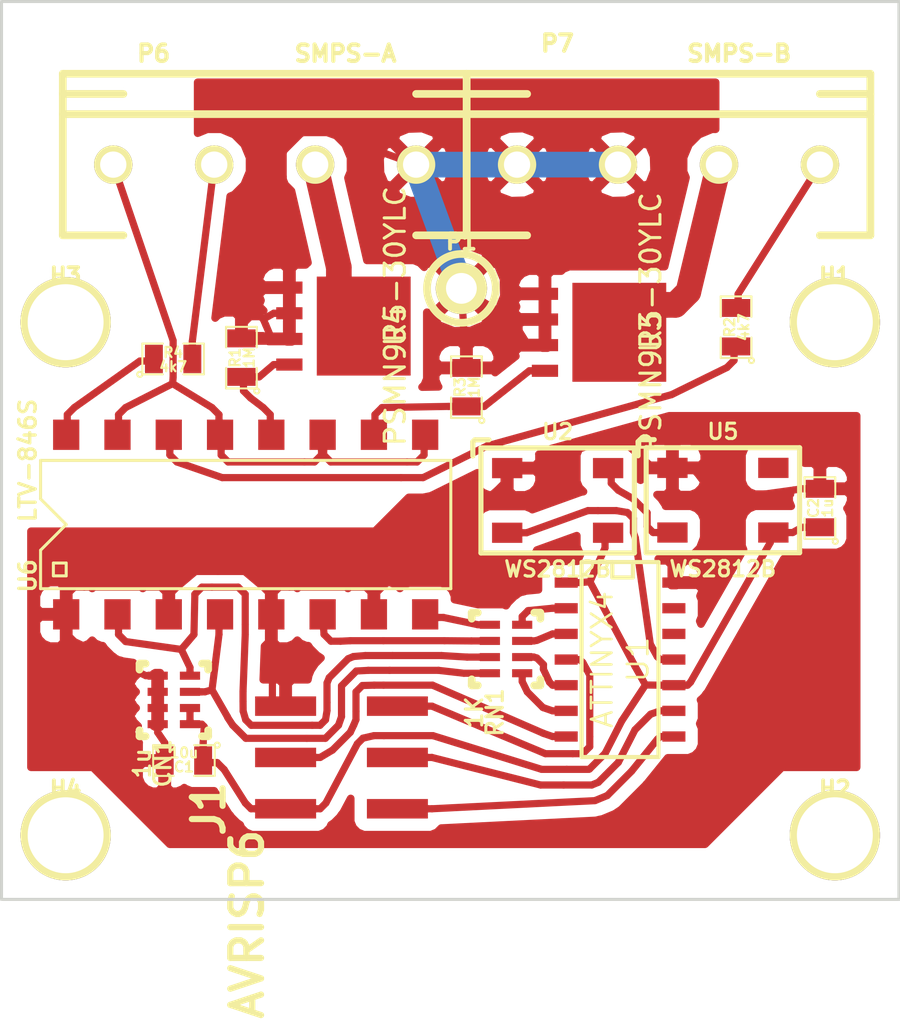
<source format=kicad_pcb>
(kicad_pcb (version 3) (host pcbnew "(2013-mar-13)-testing")

  (general
    (links 62)
    (no_connects 0)
    (area 101.47025 99.6872 145.94005 150.486866)
    (thickness 1.6)
    (drawings 4)
    (tracks 538)
    (zones 0)
    (modules 22)
    (nets 34)
  )

  (page A4)
  (layers
    (15 F.Cu signal)
    (0 B.Cu signal)
    (16 B.Adhes user)
    (17 F.Adhes user)
    (18 B.Paste user)
    (19 F.Paste user)
    (20 B.SilkS user)
    (21 F.SilkS user)
    (22 B.Mask user)
    (23 F.Mask user)
    (24 Dwgs.User user)
    (25 Cmts.User user)
    (26 Eco1.User user)
    (27 Eco2.User user)
    (28 Edge.Cuts user)
  )

  (setup
    (last_trace_width 0.3556)
    (trace_clearance 0.2794)
    (zone_clearance 0.6112)
    (zone_45_only no)
    (trace_min 0.254)
    (segment_width 0.2)
    (edge_width 0.15)
    (via_size 0.889)
    (via_drill 0.635)
    (via_min_size 0.889)
    (via_min_drill 0.508)
    (uvia_size 0.508)
    (uvia_drill 0.127)
    (uvias_allowed no)
    (uvia_min_size 0.508)
    (uvia_min_drill 0.127)
    (pcb_text_width 0.3)
    (pcb_text_size 1.5 1.5)
    (mod_edge_width 0.15)
    (mod_text_size 0.8128 0.8128)
    (mod_text_width 0.1651)
    (pad_size 1.5 1.3)
    (pad_drill 0)
    (pad_to_mask_clearance 0.2)
    (aux_axis_origin 0 0)
    (visible_elements FFFFFF7F)
    (pcbplotparams
      (layerselection 284196865)
      (usegerberextensions true)
      (excludeedgelayer true)
      (linewidth 0.100000)
      (plotframeref false)
      (viasonmask false)
      (mode 1)
      (useauxorigin false)
      (hpglpennumber 1)
      (hpglpenspeed 20)
      (hpglpendiameter 15)
      (hpglpenoverlay 2)
      (psnegative false)
      (psa4output false)
      (plotreference true)
      (plotvalue true)
      (plotothertext true)
      (plotinvisibletext false)
      (padsonsilk false)
      (subtractmaskfromsilk false)
      (outputformat 1)
      (mirror false)
      (drillshape 0)
      (scaleselection 1)
      (outputdirectory ""))
  )

  (net 0 "")
  (net 1 +5V)
  (net 2 GND)
  (net 3 ISet1)
  (net 4 ISet2)
  (net 5 N-0000010)
  (net 6 N-0000013)
  (net 7 N-0000014)
  (net 8 N-0000015)
  (net 9 N-0000016)
  (net 10 N-0000017)
  (net 11 N-0000018)
  (net 12 N-0000019)
  (net 13 N-000002)
  (net 14 N-0000020)
  (net 15 N-0000021)
  (net 16 N-0000022)
  (net 17 N-0000023)
  (net 18 N-0000024)
  (net 19 N-0000025)
  (net 20 N-0000026)
  (net 21 N-0000027)
  (net 22 N-0000028)
  (net 23 N-0000029)
  (net 24 N-000003)
  (net 25 N-0000032)
  (net 26 N-0000033)
  (net 27 N-000004)
  (net 28 N-000009)
  (net 29 PW1)
  (net 30 PW2)
  (net 31 VCOM)
  (net 32 VOut1)
  (net 33 VOut2)

  (net_class Default "This is the default net class."
    (clearance 0.2794)
    (trace_width 0.3556)
    (via_dia 0.889)
    (via_drill 0.635)
    (uvia_dia 0.508)
    (uvia_drill 0.127)
    (add_net "")
    (add_net +5V)
    (add_net GND)
    (add_net ISet1)
    (add_net ISet2)
    (add_net N-0000010)
    (add_net N-0000013)
    (add_net N-0000014)
    (add_net N-0000015)
    (add_net N-0000016)
    (add_net N-0000017)
    (add_net N-0000018)
    (add_net N-0000019)
    (add_net N-000002)
    (add_net N-0000020)
    (add_net N-0000021)
    (add_net N-0000022)
    (add_net N-0000023)
    (add_net N-0000024)
    (add_net N-0000025)
    (add_net N-0000026)
    (add_net N-0000027)
    (add_net N-0000028)
    (add_net N-0000029)
    (add_net N-000003)
    (add_net N-0000032)
    (add_net N-0000033)
    (add_net N-000004)
    (add_net N-000009)
    (add_net PW1)
    (add_net PW2)
  )

  (net_class Power ""
    (clearance 0.3048)
    (trace_width 1.27)
    (via_dia 0.889)
    (via_drill 0.635)
    (uvia_dia 0.508)
    (uvia_drill 0.127)
    (add_net VCOM)
    (add_net VOut1)
    (add_net VOut2)
  )

  (module SM0805 (layer F.Cu) (tedit 5091495C) (tstamp 53BCEDB6)
    (at 110 136 180)
    (path /53A1A5C2)
    (attr smd)
    (fp_text reference C1 (at 0 -0.3175 180) (layer F.SilkS)
      (effects (font (size 0.50038 0.50038) (thickness 0.10922)))
    )
    (fp_text value 10u (at 0 0.381 180) (layer F.SilkS)
      (effects (font (size 0.50038 0.50038) (thickness 0.10922)))
    )
    (fp_circle (center -1.651 0.762) (end -1.651 0.635) (layer F.SilkS) (width 0.09906))
    (fp_line (start -0.508 0.762) (end -1.524 0.762) (layer F.SilkS) (width 0.09906))
    (fp_line (start -1.524 0.762) (end -1.524 -0.762) (layer F.SilkS) (width 0.09906))
    (fp_line (start -1.524 -0.762) (end -0.508 -0.762) (layer F.SilkS) (width 0.09906))
    (fp_line (start 0.508 -0.762) (end 1.524 -0.762) (layer F.SilkS) (width 0.09906))
    (fp_line (start 1.524 -0.762) (end 1.524 0.762) (layer F.SilkS) (width 0.09906))
    (fp_line (start 1.524 0.762) (end 0.508 0.762) (layer F.SilkS) (width 0.09906))
    (pad 1 smd rect (at -0.9525 0 180) (size 0.889 1.397)
      (layers F.Cu F.Paste F.Mask)
      (net 1 +5V)
    )
    (pad 2 smd rect (at 0.9525 0 180) (size 0.889 1.397)
      (layers F.Cu F.Paste F.Mask)
      (net 2 GND)
    )
    (model smd/chip_cms.wrl
      (at (xyz 0 0 0))
      (scale (xyz 0.1 0.1 0.1))
      (rotate (xyz 0 0 0))
    )
  )

  (module 1206NETWORK (layer F.Cu) (tedit 5393F879) (tstamp 53BD373C)
    (at 109.5 133 90)
    (tags 1206NETWORK)
    (path /53BC951B)
    (fp_text reference CN1 (at -3.1399 -0.5555 90) (layer F.SilkS)
      (effects (font (size 0.8128 0.7874) (thickness 0.1524)))
    )
    (fp_text value 1u (at -3.1399 -1.5715 90) (layer F.SilkS)
      (effects (font (size 0.8128 0.7874) (thickness 0.1524)))
    )
    (fp_line (start 1.8 1.4) (end 1.8 1.7) (layer F.SilkS) (width 0.381))
    (fp_line (start 1.8 1.7) (end 1.5 1.7) (layer F.SilkS) (width 0.381))
    (fp_line (start -1.8 -1.4) (end -1.8 -1.7) (layer F.SilkS) (width 0.381))
    (fp_line (start -1.8 -1.7) (end -1.5 -1.7) (layer F.SilkS) (width 0.381))
    (fp_line (start 1.5 -1.7) (end 1.8 -1.7) (layer F.SilkS) (width 0.381))
    (fp_line (start 1.8 -1.7) (end 1.8 -1.4) (layer F.SilkS) (width 0.381))
    (fp_line (start -1.8 1.4) (end -1.8 1.7) (layer F.SilkS) (width 0.381))
    (fp_line (start -1.8 1.7) (end -1.5 1.7) (layer F.SilkS) (width 0.381))
    (pad 1 smd rect (at -1.2 0.8 90) (size 0.4 1)
      (layers F.Cu F.Paste F.Mask)
      (net 1 +5V)
    )
    (pad 2 smd rect (at -0.4 0.8 90) (size 0.4 1)
      (layers F.Cu F.Paste F.Mask)
      (net 1 +5V)
    )
    (pad 3 smd rect (at 0.4 0.8 90) (size 0.4 1)
      (layers F.Cu F.Paste F.Mask)
      (net 6 N-0000013)
    )
    (pad 4 smd rect (at 1.2 0.8 90) (size 0.4 1)
      (layers F.Cu F.Paste F.Mask)
      (net 8 N-0000015)
    )
    (pad 5 smd rect (at 1.2 -0.8 90) (size 0.4 1)
      (layers F.Cu F.Paste F.Mask)
      (net 2 GND)
    )
    (pad 6 smd rect (at 0.4 -0.8 90) (size 0.4 1)
      (layers F.Cu F.Paste F.Mask)
      (net 2 GND)
    )
    (pad 7 smd rect (at -0.4 -0.8 90) (size 0.4 1)
      (layers F.Cu F.Paste F.Mask)
      (net 2 GND)
    )
    (pad 8 smd rect (at -1.2 -0.8 90) (size 0.4 1)
      (layers F.Cu F.Paste F.Mask)
      (net 2 GND)
    )
  )

  (module 632HOLE (layer F.Cu) (tedit 53A9C0BE) (tstamp 53BCEDDD)
    (at 142.24 114.3)
    (descr Hole)
    (tags "DEV 6-32 HOLE")
    (path /53A1A5D6)
    (fp_text reference H1 (at 0 -2.30124) (layer F.SilkS)
      (effects (font (size 0.762 0.762) (thickness 0.1905)))
    )
    (fp_text value CONN_1 (at 0 2.794) (layer F.SilkS) hide
      (effects (font (size 0.762 0.762) (thickness 0.1905)))
    )
    (fp_circle (center 0 0) (end 1.69926 -0.09906) (layer F.SilkS) (width 0.381))
    (pad 1 thru_hole circle (at 0 0) (size 4.4704 4.4704) (drill 3.7592)
      (layers *.Cu *.Mask F.SilkS)
      (net 20 N-0000026)
    )
  )

  (module 632HOLE (layer F.Cu) (tedit 53A9C0BE) (tstamp 53BCEDE3)
    (at 142.24 139.7)
    (descr Hole)
    (tags "DEV 6-32 HOLE")
    (path /53A1A5DE)
    (fp_text reference H2 (at 0 -2.30124) (layer F.SilkS)
      (effects (font (size 0.762 0.762) (thickness 0.1905)))
    )
    (fp_text value CONN_1 (at 0 2.794) (layer F.SilkS) hide
      (effects (font (size 0.762 0.762) (thickness 0.1905)))
    )
    (fp_circle (center 0 0) (end 1.69926 -0.09906) (layer F.SilkS) (width 0.381))
    (pad 1 thru_hole circle (at 0 0) (size 4.4704 4.4704) (drill 3.7592)
      (layers *.Cu *.Mask F.SilkS)
      (net 19 N-0000025)
    )
  )

  (module 632HOLE (layer F.Cu) (tedit 53A9C0BE) (tstamp 53BCEDE9)
    (at 104.14 114.3)
    (descr Hole)
    (tags "DEV 6-32 HOLE")
    (path /53A1A5DF)
    (fp_text reference H3 (at 0 -2.30124) (layer F.SilkS)
      (effects (font (size 0.762 0.762) (thickness 0.1905)))
    )
    (fp_text value CONN_1 (at 0 2.794) (layer F.SilkS) hide
      (effects (font (size 0.762 0.762) (thickness 0.1905)))
    )
    (fp_circle (center 0 0) (end 1.69926 -0.09906) (layer F.SilkS) (width 0.381))
    (pad 1 thru_hole circle (at 0 0) (size 4.4704 4.4704) (drill 3.7592)
      (layers *.Cu *.Mask F.SilkS)
      (net 18 N-0000024)
    )
  )

  (module 632HOLE (layer F.Cu) (tedit 53A9C0BE) (tstamp 53BCEDEF)
    (at 104.14 139.7)
    (descr Hole)
    (tags "DEV 6-32 HOLE")
    (path /53A1A5E0)
    (fp_text reference H4 (at 0 -2.30124) (layer F.SilkS)
      (effects (font (size 0.762 0.762) (thickness 0.1905)))
    )
    (fp_text value CONN_1 (at 0 2.794) (layer F.SilkS) hide
      (effects (font (size 0.762 0.762) (thickness 0.1905)))
    )
    (fp_circle (center 0 0) (end 1.69926 -0.09906) (layer F.SilkS) (width 0.381))
    (pad 1 thru_hole circle (at 0 0) (size 4.4704 4.4704) (drill 3.7592)
      (layers *.Cu *.Mask F.SilkS)
      (net 17 N-0000023)
    )
  )

  (module RIBBON6SMT (layer F.Cu) (tedit 50FF1173) (tstamp 53BCEDF9)
    (at 115.036 138.388 90)
    (path /53A1A59A)
    (fp_text reference J1 (at 0 -3.81 90) (layer F.SilkS)
      (effects (font (thickness 0.3048)))
    )
    (fp_text value AVRISP6 (at -5.715 -1.905 90) (layer F.SilkS)
      (effects (font (thickness 0.3048)))
    )
    (pad 2 smd rect (at 0 0 90) (size 0.9652 3.0226)
      (layers F.Cu F.Paste F.Mask)
      (net 1 +5V)
    )
    (pad 4 smd rect (at 2.54 0 90) (size 0.9652 3.0226)
      (layers F.Cu F.Paste F.Mask)
      (net 23 N-0000029)
    )
    (pad 6 smd rect (at 5.08 0 90) (size 0.9652 3.0226)
      (layers F.Cu F.Paste F.Mask)
      (net 2 GND)
    )
    (pad 1 smd rect (at 0 5.5372 90) (size 0.9652 3.0226)
      (layers F.Cu F.Paste F.Mask)
      (net 22 N-0000028)
    )
    (pad 3 smd rect (at 2.54 5.5372 90) (size 0.9652 3.0226)
      (layers F.Cu F.Paste F.Mask)
      (net 25 N-0000032)
    )
    (pad 5 smd rect (at 5.08 5.5372 90) (size 0.9652 3.0226)
      (layers F.Cu F.Paste F.Mask)
      (net 21 N-0000027)
    )
  )

  (module 60MILHOLE (layer F.Cu) (tedit 520FC81B) (tstamp 53BCEDFF)
    (at 123.743 112.626)
    (descr Hole)
    (tags "DEV 60MIL HOLE")
    (path /53A1A5DB)
    (fp_text reference P1 (at 0 -2.30124) (layer F.SilkS)
      (effects (font (size 0.762 0.762) (thickness 0.1905)))
    )
    (fp_text value COM (at 0 2.794) (layer F.SilkS) hide
      (effects (font (size 0.762 0.762) (thickness 0.1905)))
    )
    (fp_circle (center 0 0) (end 1.69926 -0.09906) (layer F.SilkS) (width 0.381))
    (pad 1 thru_hole circle (at 0 0) (size 2.54 2.54) (drill 1.524)
      (layers *.Cu *.Mask F.SilkS)
      (net 31 VCOM)
    )
  )

  (module PHOENIX1935187 (layer F.Cu) (tedit 53BC77D7) (tstamp 53BCEE14)
    (at 114 106.5 180)
    (path /53A1B66F)
    (fp_text reference P6 (at 5.5 5.5 180) (layer F.SilkS)
      (effects (font (size 0.8128 0.8128) (thickness 0.2032)))
    )
    (fp_text value SMPS-A (at -4 5.5 180) (layer F.SilkS)
      (effects (font (size 0.8128 0.8128) (thickness 0.2032)))
    )
    (fp_line (start -10 -3.5) (end -10 4.5) (layer F.SilkS) (width 0.381))
    (fp_line (start 10 -3.5) (end 10 4.5) (layer F.SilkS) (width 0.381))
    (fp_line (start 10 4.5) (end -10 4.5) (layer F.SilkS) (width 0.381))
    (fp_line (start -10 2.5) (end 10 2.5) (layer F.SilkS) (width 0.381))
    (fp_line (start 7 -3.5) (end 10 -3.5) (layer F.SilkS) (width 0.381))
    (fp_line (start 10 3.5) (end 7 3.5) (layer F.SilkS) (width 0.381))
    (fp_line (start -7.5 -3.5) (end -10 -3.5) (layer F.SilkS) (width 0.381))
    (fp_line (start -10 3.5) (end -7.5 3.5) (layer F.SilkS) (width 0.381))
    (pad 1 thru_hole circle (at -7.5 0 180) (size 1.9 1.9) (drill 1.3)
      (layers *.Cu *.Mask F.SilkS)
      (net 31 VCOM)
    )
    (pad 2 thru_hole circle (at -2.5 0 180) (size 1.9 1.9) (drill 1.3)
      (layers *.Cu *.Mask F.SilkS)
      (net 33 VOut2)
    )
    (pad 3 thru_hole circle (at 2.5 0 180) (size 1.9 1.9) (drill 1.3)
      (layers *.Cu *.Mask F.SilkS)
      (net 9 N-0000016)
    )
    (pad 4 thru_hole circle (at 7.5 0 180) (size 1.9 1.9) (drill 1.3)
      (layers *.Cu *.Mask F.SilkS)
      (net 14 N-0000020)
    )
  )

  (module PHOENIX1935187 (layer F.Cu) (tedit 53BC77D2) (tstamp 53BCEE24)
    (at 134 106.5 180)
    (path /53A1B681)
    (fp_text reference P7 (at 5.5 6 180) (layer F.SilkS)
      (effects (font (size 0.8128 0.8128) (thickness 0.2032)))
    )
    (fp_text value SMPS-B (at -3.5 5.5 180) (layer F.SilkS)
      (effects (font (size 0.8128 0.8128) (thickness 0.2032)))
    )
    (fp_line (start -10 -3.5) (end -10 4.5) (layer F.SilkS) (width 0.381))
    (fp_line (start 10 -3.5) (end 10 4.5) (layer F.SilkS) (width 0.381))
    (fp_line (start 10 4.5) (end -10 4.5) (layer F.SilkS) (width 0.381))
    (fp_line (start -10 2.5) (end 10 2.5) (layer F.SilkS) (width 0.381))
    (fp_line (start 7 -3.5) (end 10 -3.5) (layer F.SilkS) (width 0.381))
    (fp_line (start 10 3.5) (end 7 3.5) (layer F.SilkS) (width 0.381))
    (fp_line (start -7.5 -3.5) (end -10 -3.5) (layer F.SilkS) (width 0.381))
    (fp_line (start -10 3.5) (end -7.5 3.5) (layer F.SilkS) (width 0.381))
    (pad 1 thru_hole circle (at -7.5 0 180) (size 1.9 1.9) (drill 1.3)
      (layers *.Cu *.Mask F.SilkS)
      (net 10 N-0000017)
    )
    (pad 2 thru_hole circle (at -2.5 0 180) (size 1.9 1.9) (drill 1.3)
      (layers *.Cu *.Mask F.SilkS)
      (net 32 VOut1)
    )
    (pad 3 thru_hole circle (at 2.5 0 180) (size 1.9 1.9) (drill 1.3)
      (layers *.Cu *.Mask F.SilkS)
      (net 31 VCOM)
    )
    (pad 4 thru_hole circle (at 7.5 0 180) (size 1.9 1.9) (drill 1.3)
      (layers *.Cu *.Mask F.SilkS)
      (net 31 VCOM)
    )
  )

  (module SM0805 (layer F.Cu) (tedit 5091495C) (tstamp 53BCEE31)
    (at 112.8476 116.0552 90)
    (path /53BC8E97)
    (attr smd)
    (fp_text reference R1 (at 0 -0.3175 90) (layer F.SilkS)
      (effects (font (size 0.50038 0.50038) (thickness 0.10922)))
    )
    (fp_text value 1M (at 0 0.381 90) (layer F.SilkS)
      (effects (font (size 0.50038 0.50038) (thickness 0.10922)))
    )
    (fp_circle (center -1.651 0.762) (end -1.651 0.635) (layer F.SilkS) (width 0.09906))
    (fp_line (start -0.508 0.762) (end -1.524 0.762) (layer F.SilkS) (width 0.09906))
    (fp_line (start -1.524 0.762) (end -1.524 -0.762) (layer F.SilkS) (width 0.09906))
    (fp_line (start -1.524 -0.762) (end -0.508 -0.762) (layer F.SilkS) (width 0.09906))
    (fp_line (start 0.508 -0.762) (end 1.524 -0.762) (layer F.SilkS) (width 0.09906))
    (fp_line (start 1.524 -0.762) (end 1.524 0.762) (layer F.SilkS) (width 0.09906))
    (fp_line (start 1.524 0.762) (end 0.508 0.762) (layer F.SilkS) (width 0.09906))
    (pad 1 smd rect (at -0.9525 0 90) (size 0.889 1.397)
      (layers F.Cu F.Paste F.Mask)
      (net 13 N-000002)
    )
    (pad 2 smd rect (at 0.9525 0 90) (size 0.889 1.397)
      (layers F.Cu F.Paste F.Mask)
      (net 31 VCOM)
    )
    (model smd/chip_cms.wrl
      (at (xyz 0 0 0))
      (scale (xyz 0.1 0.1 0.1))
      (rotate (xyz 0 0 0))
    )
  )

  (module SM0805 (layer F.Cu) (tedit 5091495C) (tstamp 53BCEE3E)
    (at 137.348 114.548 90)
    (path /53BC8EB5)
    (attr smd)
    (fp_text reference R2 (at 0 -0.3175 90) (layer F.SilkS)
      (effects (font (size 0.50038 0.50038) (thickness 0.10922)))
    )
    (fp_text value 4k7 (at 0 0.381 90) (layer F.SilkS)
      (effects (font (size 0.50038 0.50038) (thickness 0.10922)))
    )
    (fp_circle (center -1.651 0.762) (end -1.651 0.635) (layer F.SilkS) (width 0.09906))
    (fp_line (start -0.508 0.762) (end -1.524 0.762) (layer F.SilkS) (width 0.09906))
    (fp_line (start -1.524 0.762) (end -1.524 -0.762) (layer F.SilkS) (width 0.09906))
    (fp_line (start -1.524 -0.762) (end -0.508 -0.762) (layer F.SilkS) (width 0.09906))
    (fp_line (start 0.508 -0.762) (end 1.524 -0.762) (layer F.SilkS) (width 0.09906))
    (fp_line (start 1.524 -0.762) (end 1.524 0.762) (layer F.SilkS) (width 0.09906))
    (fp_line (start 1.524 0.762) (end 0.508 0.762) (layer F.SilkS) (width 0.09906))
    (pad 1 smd rect (at -0.9525 0 90) (size 0.889 1.397)
      (layers F.Cu F.Paste F.Mask)
      (net 12 N-0000019)
    )
    (pad 2 smd rect (at 0.9525 0 90) (size 0.889 1.397)
      (layers F.Cu F.Paste F.Mask)
      (net 10 N-0000017)
    )
    (model smd/chip_cms.wrl
      (at (xyz 0 0 0))
      (scale (xyz 0.1 0.1 0.1))
      (rotate (xyz 0 0 0))
    )
  )

  (module SM0805 (layer F.Cu) (tedit 5091495C) (tstamp 53BCEE4B)
    (at 123.992 117.517 90)
    (path /53BC8EA6)
    (attr smd)
    (fp_text reference R3 (at 0 -0.3175 90) (layer F.SilkS)
      (effects (font (size 0.50038 0.50038) (thickness 0.10922)))
    )
    (fp_text value 1M (at 0 0.381 90) (layer F.SilkS)
      (effects (font (size 0.50038 0.50038) (thickness 0.10922)))
    )
    (fp_circle (center -1.651 0.762) (end -1.651 0.635) (layer F.SilkS) (width 0.09906))
    (fp_line (start -0.508 0.762) (end -1.524 0.762) (layer F.SilkS) (width 0.09906))
    (fp_line (start -1.524 0.762) (end -1.524 -0.762) (layer F.SilkS) (width 0.09906))
    (fp_line (start -1.524 -0.762) (end -0.508 -0.762) (layer F.SilkS) (width 0.09906))
    (fp_line (start 0.508 -0.762) (end 1.524 -0.762) (layer F.SilkS) (width 0.09906))
    (fp_line (start 1.524 -0.762) (end 1.524 0.762) (layer F.SilkS) (width 0.09906))
    (fp_line (start 1.524 0.762) (end 0.508 0.762) (layer F.SilkS) (width 0.09906))
    (pad 1 smd rect (at -0.9525 0 90) (size 0.889 1.397)
      (layers F.Cu F.Paste F.Mask)
      (net 24 N-000003)
    )
    (pad 2 smd rect (at 0.9525 0 90) (size 0.889 1.397)
      (layers F.Cu F.Paste F.Mask)
      (net 31 VCOM)
    )
    (model smd/chip_cms.wrl
      (at (xyz 0 0 0))
      (scale (xyz 0.1 0.1 0.1))
      (rotate (xyz 0 0 0))
    )
  )

  (module SM0805 (layer F.Cu) (tedit 5091495C) (tstamp 53BD36DF)
    (at 109.465 116.12)
    (path /53BC8EC4)
    (attr smd)
    (fp_text reference R4 (at 0 -0.3175) (layer F.SilkS)
      (effects (font (size 0.50038 0.50038) (thickness 0.10922)))
    )
    (fp_text value 4k7 (at 0 0.381) (layer F.SilkS)
      (effects (font (size 0.50038 0.50038) (thickness 0.10922)))
    )
    (fp_circle (center -1.651 0.762) (end -1.651 0.635) (layer F.SilkS) (width 0.09906))
    (fp_line (start -0.508 0.762) (end -1.524 0.762) (layer F.SilkS) (width 0.09906))
    (fp_line (start -1.524 0.762) (end -1.524 -0.762) (layer F.SilkS) (width 0.09906))
    (fp_line (start -1.524 -0.762) (end -0.508 -0.762) (layer F.SilkS) (width 0.09906))
    (fp_line (start 0.508 -0.762) (end 1.524 -0.762) (layer F.SilkS) (width 0.09906))
    (fp_line (start 1.524 -0.762) (end 1.524 0.762) (layer F.SilkS) (width 0.09906))
    (fp_line (start 1.524 0.762) (end 0.508 0.762) (layer F.SilkS) (width 0.09906))
    (pad 1 smd rect (at -0.9525 0) (size 0.889 1.397)
      (layers F.Cu F.Paste F.Mask)
      (net 11 N-0000018)
    )
    (pad 2 smd rect (at 0.9525 0) (size 0.889 1.397)
      (layers F.Cu F.Paste F.Mask)
      (net 9 N-0000016)
    )
    (model smd/chip_cms.wrl
      (at (xyz 0 0 0))
      (scale (xyz 0.1 0.1 0.1))
      (rotate (xyz 0 0 0))
    )
  )

  (module 1206NETWORK (layer F.Cu) (tedit 5393F879) (tstamp 53BCEE6C)
    (at 125.954 130.479 90)
    (tags 1206NETWORK)
    (path /53BC8429)
    (fp_text reference RN1 (at -3.1399 -0.5555 90) (layer F.SilkS)
      (effects (font (size 0.8128 0.7874) (thickness 0.1524)))
    )
    (fp_text value 1K (at -3.1399 -1.5715 90) (layer F.SilkS)
      (effects (font (size 0.8128 0.7874) (thickness 0.1524)))
    )
    (fp_line (start 1.8 1.4) (end 1.8 1.7) (layer F.SilkS) (width 0.381))
    (fp_line (start 1.8 1.7) (end 1.5 1.7) (layer F.SilkS) (width 0.381))
    (fp_line (start -1.8 -1.4) (end -1.8 -1.7) (layer F.SilkS) (width 0.381))
    (fp_line (start -1.8 -1.7) (end -1.5 -1.7) (layer F.SilkS) (width 0.381))
    (fp_line (start 1.5 -1.7) (end 1.8 -1.7) (layer F.SilkS) (width 0.381))
    (fp_line (start 1.8 -1.7) (end 1.8 -1.4) (layer F.SilkS) (width 0.381))
    (fp_line (start -1.8 1.4) (end -1.8 1.7) (layer F.SilkS) (width 0.381))
    (fp_line (start -1.8 1.7) (end -1.5 1.7) (layer F.SilkS) (width 0.381))
    (pad 1 smd rect (at -1.2 0.8 90) (size 0.4 1)
      (layers F.Cu F.Paste F.Mask)
      (net 4 ISet2)
    )
    (pad 2 smd rect (at -0.4 0.8 90) (size 0.4 1)
      (layers F.Cu F.Paste F.Mask)
      (net 3 ISet1)
    )
    (pad 3 smd rect (at 0.4 0.8 90) (size 0.4 1)
      (layers F.Cu F.Paste F.Mask)
      (net 30 PW2)
    )
    (pad 4 smd rect (at 1.2 0.8 90) (size 0.4 1)
      (layers F.Cu F.Paste F.Mask)
      (net 29 PW1)
    )
    (pad 5 smd rect (at 1.2 -0.8 90) (size 0.4 1)
      (layers F.Cu F.Paste F.Mask)
      (net 16 N-0000022)
    )
    (pad 6 smd rect (at 0.4 -0.8 90) (size 0.4 1)
      (layers F.Cu F.Paste F.Mask)
      (net 7 N-0000014)
    )
    (pad 7 smd rect (at -0.4 -0.8 90) (size 0.4 1)
      (layers F.Cu F.Paste F.Mask)
      (net 8 N-0000015)
    )
    (pad 8 smd rect (at -1.2 -0.8 90) (size 0.4 1)
      (layers F.Cu F.Paste F.Mask)
      (net 6 N-0000013)
    )
  )

  (module SO14E (layer F.Cu) (tedit 53BC7947) (tstamp 53BCEE85)
    (at 131.727 131.001 270)
    (descr "module CMS SOJ 14 pins etroit")
    (tags "CMS SOJ")
    (path /53A1A599)
    (attr smd)
    (fp_text reference U1 (at 0 -0.762 270) (layer F.SilkS)
      (effects (font (size 1.016 1.143) (thickness 0.127)))
    )
    (fp_text value ATTINYX4 (at 0 1.016 270) (layer F.SilkS)
      (effects (font (size 1.016 1.016) (thickness 0.127)))
    )
    (fp_line (start -4.826 -1.778) (end 4.826 -1.778) (layer F.SilkS) (width 0.2032))
    (fp_line (start 4.826 -1.778) (end 4.826 2.032) (layer F.SilkS) (width 0.2032))
    (fp_line (start 4.826 2.032) (end -4.826 2.032) (layer F.SilkS) (width 0.2032))
    (fp_line (start -4.826 2.032) (end -4.826 -1.778) (layer F.SilkS) (width 0.2032))
    (fp_line (start -4.826 -0.508) (end -4.064 -0.508) (layer F.SilkS) (width 0.2032))
    (fp_line (start -4.064 -0.508) (end -4.064 0.508) (layer F.SilkS) (width 0.2032))
    (fp_line (start -4.064 0.508) (end -4.826 0.508) (layer F.SilkS) (width 0.2032))
    (pad 1 smd rect (at -3.81 2.794 270) (size 0.508 1.143)
      (layers F.Cu F.Paste F.Mask)
      (net 1 +5V)
    )
    (pad 2 smd rect (at -2.54 2.794 270) (size 0.508 1.143)
      (layers F.Cu F.Paste F.Mask)
      (net 29 PW1)
    )
    (pad 3 smd rect (at -1.27 2.794 270) (size 0.508 1.143)
      (layers F.Cu F.Paste F.Mask)
      (net 30 PW2)
    )
    (pad 4 smd rect (at 0 2.794 270) (size 0.508 1.143)
      (layers F.Cu F.Paste F.Mask)
      (net 21 N-0000027)
    )
    (pad 5 smd rect (at 1.27 2.794 270) (size 0.508 1.143)
      (layers F.Cu F.Paste F.Mask)
      (net 3 ISet1)
    )
    (pad 6 smd rect (at 2.54 2.794 270) (size 0.508 1.143)
      (layers F.Cu F.Paste F.Mask)
      (net 4 ISet2)
    )
    (pad 7 smd rect (at 3.81 2.794 270) (size 0.508 1.143)
      (layers F.Cu F.Paste F.Mask)
      (net 23 N-0000029)
    )
    (pad 8 smd rect (at 3.81 -2.54 270) (size 0.508 1.143)
      (layers F.Cu F.Paste F.Mask)
      (net 22 N-0000028)
    )
    (pad 9 smd rect (at 2.54 -2.54 270) (size 0.508 1.143)
      (layers F.Cu F.Paste F.Mask)
      (net 25 N-0000032)
    )
    (pad 10 smd rect (at 1.27 -2.54 270) (size 0.508 1.143)
      (layers F.Cu F.Paste F.Mask)
      (net 1 +5V)
    )
    (pad 11 smd rect (at 0 -2.54 270) (size 0.508 1.143)
      (layers F.Cu F.Paste F.Mask)
      (net 27 N-000004)
    )
    (pad 12 smd rect (at -1.27 -2.54 270) (size 0.508 1.143)
      (layers F.Cu F.Paste F.Mask)
      (net 5 N-0000010)
    )
    (pad 13 smd rect (at -2.54 -2.54 270) (size 0.508 1.143)
      (layers F.Cu F.Paste F.Mask)
      (net 28 N-000009)
    )
    (pad 14 smd rect (at -3.81 -2.54 270) (size 0.508 1.143)
      (layers F.Cu F.Paste F.Mask)
      (net 2 GND)
    )
    (model smd/cms_so14.wrl
      (at (xyz 0 0 0))
      (scale (xyz 0.5 0.3 0.5))
      (rotate (xyz 0 0 0))
    )
  )

  (module WS2812B (layer F.Cu) (tedit 52B884F6) (tstamp 53BCEE94)
    (at 128.511 123.025 180)
    (path /53A1A5C7)
    (fp_text reference U2 (at 0 3.29946 180) (layer F.SilkS)
      (effects (font (size 0.762 0.762) (thickness 0.1524)))
    )
    (fp_text value WS2812B (at 0 -3.50012 180) (layer F.SilkS)
      (effects (font (size 0.762 0.762) (thickness 0.1524)))
    )
    (fp_line (start 4.09956 2.90068) (end 4.20116 2.79908) (layer F.SilkS) (width 0.254))
    (fp_line (start 4.20116 2.79908) (end 4.20116 2.10058) (layer F.SilkS) (width 0.254))
    (fp_line (start 3.40106 2.90068) (end 4.09956 2.90068) (layer F.SilkS) (width 0.254))
    (fp_line (start 3.79984 -2.70002) (end 3.79984 2.49936) (layer F.SilkS) (width 0.254))
    (fp_line (start 3.79984 2.49936) (end -3.79984 2.49936) (layer F.SilkS) (width 0.254))
    (fp_line (start -3.79984 2.49936) (end -3.79984 -2.70002) (layer F.SilkS) (width 0.254))
    (fp_line (start -3.79984 -2.70002) (end 3.79984 -2.70002) (layer F.SilkS) (width 0.254))
    (pad 1 smd rect (at -2.49936 -1.69926 180) (size 1.50114 1.00076)
      (layers F.Cu F.Paste F.Mask)
      (net 1 +5V)
    )
    (pad 2 smd rect (at -2.49936 1.50114 180) (size 1.50114 1.00076)
      (layers F.Cu F.Paste F.Mask)
      (net 15 N-0000021)
    )
    (pad 3 smd rect (at 2.49936 1.50114 180) (size 1.50114 1.00076)
      (layers F.Cu F.Paste F.Mask)
      (net 2 GND)
    )
    (pad 4 smd rect (at 2.49936 -1.69926 180) (size 1.50114 1.00076)
      (layers F.Cu F.Paste F.Mask)
      (net 27 N-000004)
    )
  )

  (module MOSFET-LFPAK56 (layer F.Cu) (tedit 539BB779) (tstamp 53BCEE9D)
    (at 130.422 114.801 270)
    (path /53A1A5AF)
    (fp_text reference U3 (at 0 -2.7 270) (layer F.SilkS)
      (effects (font (size 1 1) (thickness 0.15)))
    )
    (fp_text value PSMN9R5-30YLC (at -0.5 -2.7 270) (layer F.SilkS)
      (effects (font (size 1 1) (thickness 0.15)))
    )
    (pad 1 smd rect (at -1.905 2.54 270) (size 0.6 1.3)
      (layers F.Cu F.Paste F.Mask)
      (net 31 VCOM)
    )
    (pad 2 smd rect (at -0.635 2.54 270) (size 0.6 1.3)
      (layers F.Cu F.Paste F.Mask)
      (net 31 VCOM)
    )
    (pad 3 smd rect (at 0.635 2.54 270) (size 0.6 1.3)
      (layers F.Cu F.Paste F.Mask)
      (net 31 VCOM)
    )
    (pad 4 smd rect (at 1.905 2.54 270) (size 0.6 1.3)
      (layers F.Cu F.Paste F.Mask)
      (net 24 N-000003)
    )
    (pad 5 smd rect (at 0 -1.143 270) (size 4.9 4.65)
      (layers F.Cu F.Paste F.Mask)
      (net 32 VOut1)
    )
  )

  (module MOSFET-LFPAK56 (layer F.Cu) (tedit 539BB779) (tstamp 53BCEEA6)
    (at 117.762 114.493 270)
    (path /53A1DAF9)
    (fp_text reference U4 (at 0 -2.7 270) (layer F.SilkS)
      (effects (font (size 1 1) (thickness 0.15)))
    )
    (fp_text value PSMN9R5-30YLC (at -0.5 -2.7 270) (layer F.SilkS)
      (effects (font (size 1 1) (thickness 0.15)))
    )
    (pad 1 smd rect (at -1.905 2.54 270) (size 0.6 1.3)
      (layers F.Cu F.Paste F.Mask)
      (net 31 VCOM)
    )
    (pad 2 smd rect (at -0.635 2.54 270) (size 0.6 1.3)
      (layers F.Cu F.Paste F.Mask)
      (net 31 VCOM)
    )
    (pad 3 smd rect (at 0.635 2.54 270) (size 0.6 1.3)
      (layers F.Cu F.Paste F.Mask)
      (net 31 VCOM)
    )
    (pad 4 smd rect (at 1.905 2.54 270) (size 0.6 1.3)
      (layers F.Cu F.Paste F.Mask)
      (net 13 N-000002)
    )
    (pad 5 smd rect (at 0 -1.143 270) (size 4.9 4.65)
      (layers F.Cu F.Paste F.Mask)
      (net 33 VOut2)
    )
  )

  (module WS2812B (layer F.Cu) (tedit 52B884F6) (tstamp 53BCEEB5)
    (at 136.695 123.014 180)
    (path /53BC886A)
    (fp_text reference U5 (at 0 3.29946 180) (layer F.SilkS)
      (effects (font (size 0.762 0.762) (thickness 0.1524)))
    )
    (fp_text value WS2812B (at 0 -3.50012 180) (layer F.SilkS)
      (effects (font (size 0.762 0.762) (thickness 0.1524)))
    )
    (fp_line (start 4.09956 2.90068) (end 4.20116 2.79908) (layer F.SilkS) (width 0.254))
    (fp_line (start 4.20116 2.79908) (end 4.20116 2.10058) (layer F.SilkS) (width 0.254))
    (fp_line (start 3.40106 2.90068) (end 4.09956 2.90068) (layer F.SilkS) (width 0.254))
    (fp_line (start 3.79984 -2.70002) (end 3.79984 2.49936) (layer F.SilkS) (width 0.254))
    (fp_line (start 3.79984 2.49936) (end -3.79984 2.49936) (layer F.SilkS) (width 0.254))
    (fp_line (start -3.79984 2.49936) (end -3.79984 -2.70002) (layer F.SilkS) (width 0.254))
    (fp_line (start -3.79984 -2.70002) (end 3.79984 -2.70002) (layer F.SilkS) (width 0.254))
    (pad 1 smd rect (at -2.49936 -1.69926 180) (size 1.50114 1.00076)
      (layers F.Cu F.Paste F.Mask)
      (net 1 +5V)
    )
    (pad 2 smd rect (at -2.49936 1.50114 180) (size 1.50114 1.00076)
      (layers F.Cu F.Paste F.Mask)
      (net 26 N-0000033)
    )
    (pad 3 smd rect (at 2.49936 1.50114 180) (size 1.50114 1.00076)
      (layers F.Cu F.Paste F.Mask)
      (net 2 GND)
    )
    (pad 4 smd rect (at 2.49936 -1.69926 180) (size 1.50114 1.00076)
      (layers F.Cu F.Paste F.Mask)
      (net 15 N-0000021)
    )
  )

  (module 16-SMD (layer F.Cu) (tedit 53BC7CB2) (tstamp 53BD375C)
    (at 113.059 124.318 90)
    (path /53BC747A)
    (fp_text reference U6 (at -2.54 -10.795 90) (layer F.SilkS)
      (effects (font (size 0.8128 0.8128) (thickness 0.1651)))
    )
    (fp_text value LTV-846S (at 3.175 -10.795 90) (layer F.SilkS)
      (effects (font (size 0.8128 0.8128) (thickness 0.1651)))
    )
    (fp_line (start -2.54 -8.89) (end -2.54 -9.525) (layer F.SilkS) (width 0.15))
    (fp_line (start -2.54 -9.525) (end -1.905 -9.525) (layer F.SilkS) (width 0.15))
    (fp_line (start -1.905 -9.525) (end -1.905 -8.89) (layer F.SilkS) (width 0.15))
    (fp_line (start -1.905 -8.89) (end -2.54 -8.89) (layer F.SilkS) (width 0.15))
    (fp_line (start -3.175 -10.16) (end -1.27 -10.16) (layer F.SilkS) (width 0.15))
    (fp_line (start -1.27 -10.16) (end 0 -8.89) (layer F.SilkS) (width 0.15))
    (fp_line (start 0 -8.89) (end 1.27 -10.16) (layer F.SilkS) (width 0.15))
    (fp_line (start 1.27 -10.16) (end 3.175 -10.16) (layer F.SilkS) (width 0.15))
    (fp_line (start 3.175 -10.16) (end 3.175 10.16) (layer F.SilkS) (width 0.15))
    (fp_line (start 3.175 10.16) (end -3.175 10.16) (layer F.SilkS) (width 0.15))
    (fp_line (start -3.175 10.16) (end -3.175 -10.16) (layer F.SilkS) (width 0.15))
    (pad 1 smd rect (at -4.445 -8.89 90) (size 1.5 1.3)
      (layers F.Cu F.Paste F.Mask)
      (net 2 GND)
    )
    (pad 2 smd rect (at -4.445 -6.35 90) (size 1.5 1.3)
      (layers F.Cu F.Paste F.Mask)
      (net 8 N-0000015)
    )
    (pad 3 smd rect (at -4.445 -3.81 90) (size 1.5 1.3)
      (layers F.Cu F.Paste F.Mask)
      (net 2 GND)
    )
    (pad 4 smd rect (at -4.445 -1.27 90) (size 1.5 1.3)
      (layers F.Cu F.Paste F.Mask)
      (net 6 N-0000013)
    )
    (pad 5 smd rect (at -4.445 1.27 90) (size 1.5 1.3)
      (layers F.Cu F.Paste F.Mask)
      (net 2 GND)
    )
    (pad 6 smd rect (at -4.445 3.81 90) (size 1.5 1.3)
      (layers F.Cu F.Paste F.Mask)
      (net 7 N-0000014)
    )
    (pad 7 smd rect (at -4.445 6.35 90) (size 1.5 1.3)
      (layers F.Cu F.Paste F.Mask)
      (net 2 GND)
    )
    (pad 8 smd rect (at -4.445 8.89 90) (size 1.5 1.3)
      (layers F.Cu F.Paste F.Mask)
      (net 16 N-0000022)
    )
    (pad 9 smd rect (at 4.445 8.89 90) (size 1.5 1.3)
      (layers F.Cu F.Paste F.Mask)
      (net 14 N-0000020)
    )
    (pad 10 smd rect (at 4.445 6.35 90) (size 1.5 1.3)
      (layers F.Cu F.Paste F.Mask)
      (net 24 N-000003)
    )
    (pad 11 smd rect (at 4.445 3.81 90) (size 1.5 1.3)
      (layers F.Cu F.Paste F.Mask)
      (net 14 N-0000020)
    )
    (pad 12 smd rect (at 4.445 1.27 90) (size 1.5 1.3)
      (layers F.Cu F.Paste F.Mask)
      (net 13 N-000002)
    )
    (pad 13 smd rect (at 4.445 -1.27 90) (size 1.5 1.3)
      (layers F.Cu F.Paste F.Mask)
      (net 14 N-0000020)
    )
    (pad 14 smd rect (at 4.445 -3.81 90) (size 1.5 1.3)
      (layers F.Cu F.Paste F.Mask)
      (net 12 N-0000019)
    )
    (pad 15 smd rect (at 4.445 -6.35 90) (size 1.5 1.3)
      (layers F.Cu F.Paste F.Mask)
      (net 14 N-0000020)
    )
    (pad 16 smd rect (at 4.445 -8.89 90) (size 1.5 1.3)
      (layers F.Cu F.Paste F.Mask)
      (net 11 N-0000018)
    )
  )

  (module SM0805 (layer F.Cu) (tedit 53BC890D) (tstamp 53BC8A05)
    (at 141.5 123.5 90)
    (path /53BCBF17)
    (attr smd)
    (fp_text reference C2 (at 0 -0.3175 90) (layer F.SilkS)
      (effects (font (size 0.50038 0.50038) (thickness 0.10922)))
    )
    (fp_text value 1u (at 0 0.381 90) (layer F.SilkS)
      (effects (font (size 0.50038 0.50038) (thickness 0.10922)))
    )
    (fp_circle (center -1.651 0.762) (end -1.651 0.635) (layer F.SilkS) (width 0.09906))
    (fp_line (start -0.508 0.762) (end -1.524 0.762) (layer F.SilkS) (width 0.09906))
    (fp_line (start -1.524 0.762) (end -1.524 -0.762) (layer F.SilkS) (width 0.09906))
    (fp_line (start -1.524 -0.762) (end -0.508 -0.762) (layer F.SilkS) (width 0.09906))
    (fp_line (start 0.508 -0.762) (end 1.524 -0.762) (layer F.SilkS) (width 0.09906))
    (fp_line (start 1.524 -0.762) (end 1.524 0.762) (layer F.SilkS) (width 0.09906))
    (fp_line (start 1.524 0.762) (end 0.508 0.762) (layer F.SilkS) (width 0.09906))
    (pad 1 smd rect (at -0.9525 0 90) (size 0.889 1.397)
      (layers F.Cu F.Paste F.Mask)
      (net 1 +5V)
    )
    (pad 2 smd rect (at 0.9525 0 90) (size 0.889 1.397)
      (layers F.Cu F.Paste F.Mask)
      (net 2 GND)
    )
    (model smd/chip_cms.wrl
      (at (xyz 0 0 0))
      (scale (xyz 0.1 0.1 0.1))
      (rotate (xyz 0 0 0))
    )
  )

  (gr_line (start 145.415 142.875) (end 100.965 142.875) (angle 90) (layer Edge.Cuts) (width 0.15))
  (gr_line (start 145.415 98.425) (end 145.415 142.875) (angle 90) (layer Edge.Cuts) (width 0.15))
  (gr_line (start 100.965 98.425) (end 145.415 98.425) (angle 90) (layer Edge.Cuts) (width 0.15))
  (gr_line (start 100.965 142.875) (end 100.965 98.425) (angle 90) (layer Edge.Cuts) (width 0.15))

  (segment (start 110.9525 135.4793) (end 110.9525 136) (width 0.3556) (layer F.Cu) (net 1))
  (segment (start 110.9525 135.3015) (end 110.9525 135.4793) (width 0.3556) (layer F.Cu) (net 1))
  (segment (start 110.9525 135.1174) (end 110.9525 135.3015) (width 0.3556) (layer F.Cu) (net 1))
  (segment (start 111 134.4828) (end 110.9525 135.1174) (width 0.3556) (layer F.Cu) (net 1))
  (segment (start 111 134.3172) (end 111 134.4828) (width 0.3556) (layer F.Cu) (net 1))
  (segment (start 110.8828 134.2) (end 111 134.3172) (width 0.3556) (layer F.Cu) (net 1))
  (segment (start 110.8 134.2) (end 110.8828 134.2) (width 0.3556) (layer F.Cu) (net 1))
  (segment (start 110.6222 134.2) (end 110.8 134.2) (width 0.3556) (layer F.Cu) (net 1))
  (segment (start 110.3 134.2) (end 110.6222 134.2) (width 0.3556) (layer F.Cu) (net 1))
  (segment (start 110.3 134.1778) (end 110.3 134.2) (width 0.3556) (layer F.Cu) (net 1))
  (segment (start 110.3 134) (end 110.3 134.1778) (width 0.3556) (layer F.Cu) (net 1))
  (segment (start 110.3 133.6) (end 110.3 134) (width 0.3556) (layer F.Cu) (net 1))
  (segment (start 110.3 133.4222) (end 110.3 133.6) (width 0.3556) (layer F.Cu) (net 1))
  (segment (start 110.3 133.4) (end 110.3 133.4222) (width 0.3556) (layer F.Cu) (net 1))
  (segment (start 131.6839 134.0409) (end 132.86 132.26) (width 0.3556) (layer F.Cu) (net 1))
  (segment (start 130.8593 135.6502) (end 131.6839 134.0409) (width 0.3556) (layer F.Cu) (net 1))
  (segment (start 130.0897 136.4198) (end 130.8593 135.6502) (width 0.3556) (layer F.Cu) (net 1))
  (segment (start 130.0486 136.4368) (end 130.0897 136.4198) (width 0.3556) (layer F.Cu) (net 1))
  (segment (start 128.9604 136.4368) (end 130.0486 136.4368) (width 0.3556) (layer F.Cu) (net 1))
  (segment (start 127.7163 136.4368) (end 128.9604 136.4368) (width 0.3556) (layer F.Cu) (net 1))
  (segment (start 122.3318 134.7684) (end 127.7163 136.4368) (width 0.3556) (layer F.Cu) (net 1))
  (segment (start 119.9062 134.7684) (end 122.3318 134.7684) (width 0.3556) (layer F.Cu) (net 1))
  (segment (start 119.4116 134.7684) (end 119.9062 134.7684) (width 0.3556) (layer F.Cu) (net 1))
  (segment (start 118.8666 134.8938) (end 119.4116 134.7684) (width 0.3556) (layer F.Cu) (net 1))
  (segment (start 118.5903 135.1701) (end 118.8666 134.8938) (width 0.3556) (layer F.Cu) (net 1))
  (segment (start 117.0299 138.1053) (end 118.5903 135.1701) (width 0.3556) (layer F.Cu) (net 1))
  (segment (start 116.7472 138.388) (end 117.0299 138.1053) (width 0.3556) (layer F.Cu) (net 1))
  (segment (start 116.5473 138.388) (end 116.7472 138.388) (width 0.3556) (layer F.Cu) (net 1))
  (segment (start 116.3695 138.388) (end 116.5473 138.388) (width 0.3556) (layer F.Cu) (net 1))
  (segment (start 115.036 138.388) (end 116.3695 138.388) (width 0.3556) (layer F.Cu) (net 1))
  (segment (start 111.2192 136.1015) (end 110.9525 136) (width 0.3556) (layer F.Cu) (net 1))
  (segment (start 111.397 136.1015) (end 111.2192 136.1015) (width 0.3556) (layer F.Cu) (net 1))
  (segment (start 111.6443 136.1015) (end 111.397 136.1015) (width 0.3556) (layer F.Cu) (net 1))
  (segment (start 111.994 136.4512) (end 111.6443 136.1015) (width 0.3556) (layer F.Cu) (net 1))
  (segment (start 113.0421 138.1053) (end 111.994 136.4512) (width 0.3556) (layer F.Cu) (net 1))
  (segment (start 113.3248 138.388) (end 113.0421 138.1053) (width 0.3556) (layer F.Cu) (net 1))
  (segment (start 113.5247 138.388) (end 113.3248 138.388) (width 0.3556) (layer F.Cu) (net 1))
  (segment (start 113.7025 138.388) (end 113.5247 138.388) (width 0.3556) (layer F.Cu) (net 1))
  (segment (start 115.036 138.388) (end 113.7025 138.388) (width 0.3556) (layer F.Cu) (net 1))
  (segment (start 132.3407 131.3322) (end 132.86 132.26) (width 0.3556) (layer F.Cu) (net 1))
  (segment (start 130.11 127.15) (end 132.3407 131.3322) (width 0.3556) (layer F.Cu) (net 1))
  (segment (start 129.6097 127.191) (end 130.11 127.15) (width 0.3556) (layer F.Cu) (net 1))
  (segment (start 129.5045 127.191) (end 129.6097 127.191) (width 0.3556) (layer F.Cu) (net 1))
  (segment (start 129.3267 127.191) (end 129.5045 127.191) (width 0.3556) (layer F.Cu) (net 1))
  (segment (start 128.933 127.191) (end 129.3267 127.191) (width 0.3556) (layer F.Cu) (net 1))
  (segment (start 133.5903 132.271) (end 132.86 132.26) (width 0.3556) (layer F.Cu) (net 1))
  (segment (start 133.6955 132.271) (end 133.5903 132.271) (width 0.3556) (layer F.Cu) (net 1))
  (segment (start 133.8733 132.271) (end 133.6955 132.271) (width 0.3556) (layer F.Cu) (net 1))
  (segment (start 134.267 132.271) (end 133.8733 132.271) (width 0.3556) (layer F.Cu) (net 1))
  (segment (start 130.8568 125.472) (end 130.11 127.15) (width 0.3556) (layer F.Cu) (net 1))
  (segment (start 130.8568 125.2247) (end 130.8568 125.472) (width 0.3556) (layer F.Cu) (net 1))
  (segment (start 130.8568 125.0469) (end 130.8568 125.2247) (width 0.3556) (layer F.Cu) (net 1))
  (segment (start 131.0104 124.7243) (end 130.8568 125.0469) (width 0.3556) (layer F.Cu) (net 1))
  (segment (start 140.9793 124.4525) (end 141.5 124.4525) (width 0.3556) (layer F.Cu) (net 1))
  (segment (start 140.8015 124.4525) (end 140.9793 124.4525) (width 0.3556) (layer F.Cu) (net 1))
  (segment (start 140.6174 124.4525) (end 140.8015 124.4525) (width 0.3556) (layer F.Cu) (net 1))
  (segment (start 140.1523 124.7133) (end 140.6174 124.4525) (width 0.3556) (layer F.Cu) (net 1))
  (segment (start 139.945 124.7133) (end 140.1523 124.7133) (width 0.3556) (layer F.Cu) (net 1))
  (segment (start 139.7672 124.7133) (end 139.945 124.7133) (width 0.3556) (layer F.Cu) (net 1))
  (segment (start 139.1944 124.7133) (end 139.7672 124.7133) (width 0.3556) (layer F.Cu) (net 1))
  (segment (start 134.6607 132.271) (end 134.267 132.271) (width 0.3556) (layer F.Cu) (net 1))
  (segment (start 134.8385 132.271) (end 134.6607 132.271) (width 0.3556) (layer F.Cu) (net 1))
  (segment (start 134.9437 132.271) (end 134.8385 132.271) (width 0.3556) (layer F.Cu) (net 1))
  (segment (start 135.0925 132.1222) (end 134.9437 132.271) (width 0.3556) (layer F.Cu) (net 1))
  (segment (start 139.0408 125.2137) (end 135.0925 132.1222) (width 0.3556) (layer F.Cu) (net 1))
  (segment (start 139.0408 125.0359) (end 139.0408 125.2137) (width 0.3556) (layer F.Cu) (net 1))
  (segment (start 139.1944 124.7133) (end 139.0408 125.0359) (width 0.3556) (layer F.Cu) (net 1))
  (segment (start 104.222 129.3352) (end 104.169 128.763) (width 0.3556) (layer F.Cu) (net 2))
  (segment (start 104.222 129.513) (end 104.222 129.3352) (width 0.3556) (layer F.Cu) (net 2))
  (segment (start 104.222 129.7603) (end 104.222 129.513) (width 0.3556) (layer F.Cu) (net 2))
  (segment (start 104.5717 130.11) (end 104.222 129.7603) (width 0.3556) (layer F.Cu) (net 2))
  (segment (start 108.1172 131.8) (end 104.5717 130.11) (width 0.3556) (layer F.Cu) (net 2))
  (segment (start 108.2 131.8) (end 108.1172 131.8) (width 0.3556) (layer F.Cu) (net 2))
  (segment (start 108.3778 131.8) (end 108.2 131.8) (width 0.3556) (layer F.Cu) (net 2))
  (segment (start 108.7 131.8) (end 108.3778 131.8) (width 0.3556) (layer F.Cu) (net 2))
  (segment (start 108.7 132.5778) (end 108.7 132.6) (width 0.3556) (layer F.Cu) (net 2))
  (segment (start 108.7 132.4) (end 108.7 132.5778) (width 0.3556) (layer F.Cu) (net 2))
  (segment (start 108.7 132) (end 108.7 132.4) (width 0.3556) (layer F.Cu) (net 2))
  (segment (start 108.7 131.8222) (end 108.7 132) (width 0.3556) (layer F.Cu) (net 2))
  (segment (start 108.7 131.8) (end 108.7 131.8222) (width 0.3556) (layer F.Cu) (net 2))
  (segment (start 108.7 132.6222) (end 108.7 132.6) (width 0.3556) (layer F.Cu) (net 2))
  (segment (start 108.7 132.8) (end 108.7 132.6222) (width 0.3556) (layer F.Cu) (net 2))
  (segment (start 108.7 133.2) (end 108.7 132.8) (width 0.3556) (layer F.Cu) (net 2))
  (segment (start 108.7 133.3778) (end 108.7 133.2) (width 0.3556) (layer F.Cu) (net 2))
  (segment (start 108.7 133.4) (end 108.7 133.3778) (width 0.3556) (layer F.Cu) (net 2))
  (segment (start 108.7 133.4222) (end 108.7 133.4) (width 0.3556) (layer F.Cu) (net 2))
  (segment (start 108.7 133.6) (end 108.7 133.4222) (width 0.3556) (layer F.Cu) (net 2))
  (segment (start 108.7 134) (end 108.7 133.6) (width 0.3556) (layer F.Cu) (net 2))
  (segment (start 108.7 134.1778) (end 108.7 134) (width 0.3556) (layer F.Cu) (net 2))
  (segment (start 108.7 134.2) (end 108.7 134.1778) (width 0.3556) (layer F.Cu) (net 2))
  (segment (start 109.0475 135.4793) (end 109.0475 136) (width 0.3556) (layer F.Cu) (net 2))
  (segment (start 109.0475 135.3015) (end 109.0475 135.4793) (width 0.3556) (layer F.Cu) (net 2))
  (segment (start 109.0475 135.1174) (end 109.0475 135.3015) (width 0.3556) (layer F.Cu) (net 2))
  (segment (start 108.7 134.6071) (end 109.0475 135.1174) (width 0.3556) (layer F.Cu) (net 2))
  (segment (start 108.7 134.4) (end 108.7 134.6071) (width 0.3556) (layer F.Cu) (net 2))
  (segment (start 108.7 134.2222) (end 108.7 134.4) (width 0.3556) (layer F.Cu) (net 2))
  (segment (start 108.7 134.2) (end 108.7 134.2222) (width 0.3556) (layer F.Cu) (net 2))
  (segment (start 135.5432 125.461) (end 136.44 123.13) (width 0.3556) (layer F.Cu) (net 2))
  (segment (start 135.1935 125.8107) (end 135.5432 125.461) (width 0.3556) (layer F.Cu) (net 2))
  (segment (start 134.6018 126.3655) (end 135.1935 125.8107) (width 0.3556) (layer F.Cu) (net 2))
  (segment (start 134.267 126.7003) (end 134.6018 126.3655) (width 0.3556) (layer F.Cu) (net 2))
  (segment (start 134.267 126.937) (end 134.267 126.7003) (width 0.3556) (layer F.Cu) (net 2))
  (segment (start 134.267 127.1148) (end 134.267 126.937) (width 0.3556) (layer F.Cu) (net 2))
  (segment (start 134.267 127.191) (end 134.267 127.1148) (width 0.3556) (layer F.Cu) (net 2))
  (segment (start 135.4466 121.806) (end 136.44 123.13) (width 0.3556) (layer F.Cu) (net 2))
  (segment (start 135.1535 121.5129) (end 135.4466 121.806) (width 0.3556) (layer F.Cu) (net 2))
  (segment (start 134.9462 121.5129) (end 135.1535 121.5129) (width 0.3556) (layer F.Cu) (net 2))
  (segment (start 134.7684 121.5129) (end 134.9462 121.5129) (width 0.3556) (layer F.Cu) (net 2))
  (segment (start 134.1956 121.5129) (end 134.7684 121.5129) (width 0.3556) (layer F.Cu) (net 2))
  (segment (start 126.5844 121.5239) (end 126.0116 121.5239) (width 0.3556) (layer F.Cu) (net 2))
  (segment (start 126.7622 121.5239) (end 126.5844 121.5239) (width 0.3556) (layer F.Cu) (net 2))
  (segment (start 126.9695 121.5239) (end 126.7622 121.5239) (width 0.3556) (layer F.Cu) (net 2))
  (segment (start 130.0125 120.4265) (end 126.9695 121.5239) (width 0.3556) (layer F.Cu) (net 2))
  (segment (start 130.5071 120.4265) (end 130.0125 120.4265) (width 0.3556) (layer F.Cu) (net 2))
  (segment (start 132.0083 120.4265) (end 130.5071 120.4265) (width 0.3556) (layer F.Cu) (net 2))
  (segment (start 133.2377 121.5129) (end 132.0083 120.4265) (width 0.3556) (layer F.Cu) (net 2))
  (segment (start 133.445 121.5129) (end 133.2377 121.5129) (width 0.3556) (layer F.Cu) (net 2))
  (segment (start 133.6228 121.5129) (end 133.445 121.5129) (width 0.3556) (layer F.Cu) (net 2))
  (segment (start 134.1956 121.5129) (end 133.6228 121.5129) (width 0.3556) (layer F.Cu) (net 2))
  (segment (start 109.196 128.1908) (end 109.249 128.763) (width 0.3556) (layer F.Cu) (net 2))
  (segment (start 109.196 128.013) (end 109.196 128.1908) (width 0.3556) (layer F.Cu) (net 2))
  (segment (start 109.196 127.7657) (end 109.196 128.013) (width 0.3556) (layer F.Cu) (net 2))
  (segment (start 108.8463 127.416) (end 109.196 127.7657) (width 0.3556) (layer F.Cu) (net 2))
  (segment (start 105.0663 127.416) (end 108.8463 127.416) (width 0.3556) (layer F.Cu) (net 2))
  (segment (start 104.5717 127.416) (end 105.0663 127.416) (width 0.3556) (layer F.Cu) (net 2))
  (segment (start 104.222 127.7657) (end 104.5717 127.416) (width 0.3556) (layer F.Cu) (net 2))
  (segment (start 104.222 128.013) (end 104.222 127.7657) (width 0.3556) (layer F.Cu) (net 2))
  (segment (start 104.222 128.1908) (end 104.222 128.013) (width 0.3556) (layer F.Cu) (net 2))
  (segment (start 104.169 128.763) (end 104.222 128.1908) (width 0.3556) (layer F.Cu) (net 2))
  (segment (start 114.276 128.1908) (end 114.329 128.763) (width 0.3556) (layer F.Cu) (net 2))
  (segment (start 114.276 128.013) (end 114.276 128.1908) (width 0.3556) (layer F.Cu) (net 2))
  (segment (start 114.276 127.7657) (end 114.276 128.013) (width 0.3556) (layer F.Cu) (net 2))
  (segment (start 113.9263 127.416) (end 114.276 127.7657) (width 0.3556) (layer F.Cu) (net 2))
  (segment (start 113.0242 126.6582) (end 113.9263 127.416) (width 0.3556) (layer F.Cu) (net 2))
  (segment (start 112.9831 126.6412) (end 113.0242 126.6582) (width 0.3556) (layer F.Cu) (net 2))
  (segment (start 111.6831 126.6412) (end 112.9831 126.6412) (width 0.3556) (layer F.Cu) (net 2))
  (segment (start 110.5949 126.6412) (end 111.6831 126.6412) (width 0.3556) (layer F.Cu) (net 2))
  (segment (start 110.5538 126.6582) (end 110.5949 126.6412) (width 0.3556) (layer F.Cu) (net 2))
  (segment (start 109.6517 127.416) (end 110.5538 126.6582) (width 0.3556) (layer F.Cu) (net 2))
  (segment (start 109.302 127.7657) (end 109.6517 127.416) (width 0.3556) (layer F.Cu) (net 2))
  (segment (start 109.302 128.013) (end 109.302 127.7657) (width 0.3556) (layer F.Cu) (net 2))
  (segment (start 109.302 128.1908) (end 109.302 128.013) (width 0.3556) (layer F.Cu) (net 2))
  (segment (start 109.249 128.763) (end 109.302 128.1908) (width 0.3556) (layer F.Cu) (net 2))
  (segment (start 114.382 133.0032) (end 115.036 133.308) (width 0.3556) (layer F.Cu) (net 2))
  (segment (start 114.382 132.8254) (end 114.382 133.0032) (width 0.3556) (layer F.Cu) (net 2))
  (segment (start 114.382 129.513) (end 114.382 132.8254) (width 0.3556) (layer F.Cu) (net 2))
  (segment (start 114.382 129.3352) (end 114.382 129.513) (width 0.3556) (layer F.Cu) (net 2))
  (segment (start 114.329 128.763) (end 114.382 129.3352) (width 0.3556) (layer F.Cu) (net 2))
  (segment (start 119.356 128.1908) (end 119.409 128.763) (width 0.3556) (layer F.Cu) (net 2))
  (segment (start 119.356 128.013) (end 119.356 128.1908) (width 0.3556) (layer F.Cu) (net 2))
  (segment (start 119.356 127.7657) (end 119.356 128.013) (width 0.3556) (layer F.Cu) (net 2))
  (segment (start 119.0063 127.416) (end 119.356 127.7657) (width 0.3556) (layer F.Cu) (net 2))
  (segment (start 115.2263 127.416) (end 119.0063 127.416) (width 0.3556) (layer F.Cu) (net 2))
  (segment (start 114.7317 127.416) (end 115.2263 127.416) (width 0.3556) (layer F.Cu) (net 2))
  (segment (start 114.382 127.7657) (end 114.7317 127.416) (width 0.3556) (layer F.Cu) (net 2))
  (segment (start 114.382 128.013) (end 114.382 127.7657) (width 0.3556) (layer F.Cu) (net 2))
  (segment (start 114.382 128.1908) (end 114.382 128.013) (width 0.3556) (layer F.Cu) (net 2))
  (segment (start 114.329 128.763) (end 114.382 128.1908) (width 0.3556) (layer F.Cu) (net 2))
  (segment (start 125.858 121.8465) (end 126.0116 121.5239) (width 0.3556) (layer F.Cu) (net 2))
  (segment (start 125.858 122.0243) (end 125.858 121.8465) (width 0.3556) (layer F.Cu) (net 2))
  (segment (start 125.858 122.2716) (end 125.858 122.0243) (width 0.3556) (layer F.Cu) (net 2))
  (segment (start 125.5083 122.6213) (end 125.858 122.2716) (width 0.3556) (layer F.Cu) (net 2))
  (segment (start 119.8117 127.416) (end 125.5083 122.6213) (width 0.3556) (layer F.Cu) (net 2))
  (segment (start 119.462 127.7657) (end 119.8117 127.416) (width 0.3556) (layer F.Cu) (net 2))
  (segment (start 119.462 128.013) (end 119.462 127.7657) (width 0.3556) (layer F.Cu) (net 2))
  (segment (start 119.462 128.1908) (end 119.462 128.013) (width 0.3556) (layer F.Cu) (net 2))
  (segment (start 119.409 128.763) (end 119.462 128.1908) (width 0.3556) (layer F.Cu) (net 2))
  (segment (start 140.9793 122.5475) (end 141.5 122.5475) (width 0.3556) (layer F.Cu) (net 2))
  (segment (start 140.8015 122.5475) (end 140.9793 122.5475) (width 0.3556) (layer F.Cu) (net 2))
  (segment (start 140.6174 122.5475) (end 140.8015 122.5475) (width 0.3556) (layer F.Cu) (net 2))
  (segment (start 140.1923 122.6103) (end 140.6174 122.5475) (width 0.3556) (layer F.Cu) (net 2))
  (segment (start 136.44 123.13) (end 140.1923 122.6103) (width 0.3556) (layer F.Cu) (net 2))
  (segment (start 127.0762 130.879) (end 126.754 130.879) (width 0.3556) (layer F.Cu) (net 3))
  (segment (start 127.254 130.879) (end 127.0762 130.879) (width 0.3556) (layer F.Cu) (net 3))
  (segment (start 127.3368 130.879) (end 127.254 130.879) (width 0.3556) (layer F.Cu) (net 3))
  (segment (start 127.4834 130.9252) (end 127.3368 130.879) (width 0.3556) (layer F.Cu) (net 3))
  (segment (start 127.8078 131.2496) (end 127.4834 130.9252) (width 0.3556) (layer F.Cu) (net 3))
  (segment (start 127.8078 131.4496) (end 127.8078 131.2496) (width 0.3556) (layer F.Cu) (net 3))
  (segment (start 127.8077 131.4844) (end 127.8078 131.4496) (width 0.3556) (layer F.Cu) (net 3))
  (segment (start 128.1075 132.1222) (end 127.8077 131.4844) (width 0.3556) (layer F.Cu) (net 3))
  (segment (start 128.2563 132.271) (end 128.1075 132.1222) (width 0.3556) (layer F.Cu) (net 3))
  (segment (start 128.3615 132.271) (end 128.2563 132.271) (width 0.3556) (layer F.Cu) (net 3))
  (segment (start 128.5393 132.271) (end 128.3615 132.271) (width 0.3556) (layer F.Cu) (net 3))
  (segment (start 128.933 132.271) (end 128.5393 132.271) (width 0.3556) (layer F.Cu) (net 3))
  (segment (start 126.754 131.7012) (end 126.754 131.679) (width 0.3556) (layer F.Cu) (net 4))
  (segment (start 126.754 131.879) (end 126.754 131.7012) (width 0.3556) (layer F.Cu) (net 4))
  (segment (start 126.754 132.0861) (end 126.754 131.879) (width 0.3556) (layer F.Cu) (net 4))
  (segment (start 127.0067 132.6022) (end 126.754 132.0861) (width 0.3556) (layer F.Cu) (net 4))
  (segment (start 127.7763 133.3718) (end 127.0067 132.6022) (width 0.3556) (layer F.Cu) (net 4))
  (segment (start 127.8174 133.3888) (end 127.7763 133.3718) (width 0.3556) (layer F.Cu) (net 4))
  (segment (start 128.2563 133.541) (end 127.8174 133.3888) (width 0.3556) (layer F.Cu) (net 4))
  (segment (start 128.3615 133.541) (end 128.2563 133.541) (width 0.3556) (layer F.Cu) (net 4))
  (segment (start 128.5393 133.541) (end 128.3615 133.541) (width 0.3556) (layer F.Cu) (net 4))
  (segment (start 128.933 133.541) (end 128.5393 133.541) (width 0.3556) (layer F.Cu) (net 4))
  (segment (start 111.0473 132.597) (end 111.39 132.5) (width 0.3556) (layer F.Cu) (net 6))
  (segment (start 110.8828 132.6) (end 111.0473 132.597) (width 0.3556) (layer F.Cu) (net 6))
  (segment (start 110.8 132.6) (end 110.8828 132.6) (width 0.3556) (layer F.Cu) (net 6))
  (segment (start 110.6222 132.6) (end 110.8 132.6) (width 0.3556) (layer F.Cu) (net 6))
  (segment (start 110.3 132.6) (end 110.6222 132.6) (width 0.3556) (layer F.Cu) (net 6))
  (segment (start 112.1468 133.8201) (end 111.39 132.5) (width 0.3556) (layer F.Cu) (net 6))
  (segment (start 112.178 133.8879) (end 112.1468 133.8201) (width 0.3556) (layer F.Cu) (net 6))
  (segment (start 112.4156 134.25) (end 112.178 133.8879) (width 0.3556) (layer F.Cu) (net 6))
  (segment (start 113.0653 134.8997) (end 112.4156 134.25) (width 0.3556) (layer F.Cu) (net 6))
  (segment (start 116.0879 134.8997) (end 113.0653 134.8997) (width 0.3556) (layer F.Cu) (net 6))
  (segment (start 117.0067 134.8997) (end 116.0879 134.8997) (width 0.3556) (layer F.Cu) (net 6))
  (segment (start 117.6564 134.25) (end 117.0067 134.8997) (width 0.3556) (layer F.Cu) (net 6))
  (segment (start 117.8046 133.8288) (end 117.6564 134.25) (width 0.3556) (layer F.Cu) (net 6))
  (segment (start 117.8046 132.3046) (end 117.8046 133.8288) (width 0.3556) (layer F.Cu) (net 6))
  (segment (start 118.5411 131.5681) (end 117.8046 132.3046) (width 0.3556) (layer F.Cu) (net 6))
  (segment (start 119.1311 131.536) (end 118.5411 131.5681) (width 0.3556) (layer F.Cu) (net 6))
  (segment (start 120.1867 131.536) (end 119.1311 131.536) (width 0.3556) (layer F.Cu) (net 6))
  (segment (start 122.6123 131.536) (end 120.1867 131.536) (width 0.3556) (layer F.Cu) (net 6))
  (segment (start 123.8655 131.679) (end 122.6123 131.536) (width 0.3556) (layer F.Cu) (net 6))
  (segment (start 124.654 131.679) (end 123.8655 131.679) (width 0.3556) (layer F.Cu) (net 6))
  (segment (start 124.8318 131.679) (end 124.654 131.679) (width 0.3556) (layer F.Cu) (net 6))
  (segment (start 125.154 131.679) (end 124.8318 131.679) (width 0.3556) (layer F.Cu) (net 6))
  (segment (start 111.736 129.7603) (end 111.39 132.5) (width 0.3556) (layer F.Cu) (net 6))
  (segment (start 111.736 129.513) (end 111.736 129.7603) (width 0.3556) (layer F.Cu) (net 6))
  (segment (start 111.736 129.3352) (end 111.736 129.513) (width 0.3556) (layer F.Cu) (net 6))
  (segment (start 111.789 128.763) (end 111.736 129.3352) (width 0.3556) (layer F.Cu) (net 6))
  (segment (start 124.8318 130.079) (end 125.154 130.079) (width 0.3556) (layer F.Cu) (net 7))
  (segment (start 124.654 130.079) (end 124.8318 130.079) (width 0.3556) (layer F.Cu) (net 7))
  (segment (start 124.2398 130.079) (end 124.654 130.079) (width 0.3556) (layer F.Cu) (net 7))
  (segment (start 122.9041 130.0688) (end 124.2398 130.079) (width 0.3556) (layer F.Cu) (net 7))
  (segment (start 119.8815 130.0688) (end 122.9041 130.0688) (width 0.3556) (layer F.Cu) (net 7))
  (segment (start 118.2423 130.0688) (end 119.8815 130.0688) (width 0.3556) (layer F.Cu) (net 7))
  (segment (start 117.7592 130.093) (end 118.2423 130.0688) (width 0.3556) (layer F.Cu) (net 7))
  (segment (start 117.2788 130.093) (end 117.7592 130.093) (width 0.3556) (layer F.Cu) (net 7))
  (segment (start 116.939 129.7532) (end 117.2788 130.093) (width 0.3556) (layer F.Cu) (net 7))
  (segment (start 116.922 129.513) (end 116.939 129.7532) (width 0.3556) (layer F.Cu) (net 7))
  (segment (start 116.922 129.3352) (end 116.922 129.513) (width 0.3556) (layer F.Cu) (net 7))
  (segment (start 116.869 128.763) (end 116.922 129.3352) (width 0.3556) (layer F.Cu) (net 7))
  (segment (start 110.3 131.3929) (end 109.87 130.5) (width 0.3556) (layer F.Cu) (net 8))
  (segment (start 110.3 131.6) (end 110.3 131.3929) (width 0.3556) (layer F.Cu) (net 8))
  (segment (start 110.3 131.7778) (end 110.3 131.6) (width 0.3556) (layer F.Cu) (net 8))
  (segment (start 110.3 131.8) (end 110.3 131.7778) (width 0.3556) (layer F.Cu) (net 8))
  (segment (start 110.496 129.7603) (end 109.87 130.5) (width 0.3556) (layer F.Cu) (net 8))
  (segment (start 110.542 127.7657) (end 110.496 129.7603) (width 0.3556) (layer F.Cu) (net 8))
  (segment (start 110.8917 127.416) (end 110.542 127.7657) (width 0.3556) (layer F.Cu) (net 8))
  (segment (start 111.3863 127.416) (end 110.8917 127.416) (width 0.3556) (layer F.Cu) (net 8))
  (segment (start 112.6863 127.416) (end 111.3863 127.416) (width 0.3556) (layer F.Cu) (net 8))
  (segment (start 113.036 127.7657) (end 112.6863 127.416) (width 0.3556) (layer F.Cu) (net 8))
  (segment (start 113.036 129.2657) (end 113.036 127.7657) (width 0.3556) (layer F.Cu) (net 8))
  (segment (start 113.036 129.7603) (end 113.036 129.2657) (width 0.3556) (layer F.Cu) (net 8))
  (segment (start 112.9277 132.5781) (end 113.036 129.7603) (width 0.3556) (layer F.Cu) (net 8))
  (segment (start 112.9277 133.0727) (end 112.9277 132.5781) (width 0.3556) (layer F.Cu) (net 8))
  (segment (start 112.9324 133.5533) (end 112.9277 133.0727) (width 0.3556) (layer F.Cu) (net 8))
  (segment (start 113.059 133.9835) (end 112.9324 133.5533) (width 0.3556) (layer F.Cu) (net 8))
  (segment (start 113.3318 134.2563) (end 113.059 133.9835) (width 0.3556) (layer F.Cu) (net 8))
  (segment (start 116.3544 134.2563) (end 113.3318 134.2563) (width 0.3556) (layer F.Cu) (net 8))
  (segment (start 116.7402 134.2563) (end 116.3544 134.2563) (width 0.3556) (layer F.Cu) (net 8))
  (segment (start 117.013 133.9835) (end 116.7402 134.2563) (width 0.3556) (layer F.Cu) (net 8))
  (segment (start 117.0871 133.5316) (end 117.013 133.9835) (width 0.3556) (layer F.Cu) (net 8))
  (segment (start 117.087 133.1265) (end 117.0871 133.5316) (width 0.3556) (layer F.Cu) (net 8))
  (segment (start 117.087 132.1613) (end 117.087 133.1265) (width 0.3556) (layer F.Cu) (net 8))
  (segment (start 117.1958 131.8985) (end 117.087 132.1613) (width 0.3556) (layer F.Cu) (net 8))
  (segment (start 118.135 130.9593) (end 117.1958 131.8985) (width 0.3556) (layer F.Cu) (net 8))
  (segment (start 118.3978 130.8505) (end 118.135 130.9593) (width 0.3556) (layer F.Cu) (net 8))
  (segment (start 118.9852 130.8024) (end 118.3978 130.8505) (width 0.3556) (layer F.Cu) (net 8))
  (segment (start 120.3326 130.8024) (end 118.9852 130.8024) (width 0.3556) (layer F.Cu) (net 8))
  (segment (start 122.7582 130.8024) (end 120.3326 130.8024) (width 0.3556) (layer F.Cu) (net 8))
  (segment (start 124.0247 130.879) (end 122.7582 130.8024) (width 0.3556) (layer F.Cu) (net 8))
  (segment (start 124.654 130.879) (end 124.0247 130.879) (width 0.3556) (layer F.Cu) (net 8))
  (segment (start 124.8318 130.879) (end 124.654 130.879) (width 0.3556) (layer F.Cu) (net 8))
  (segment (start 125.154 130.879) (end 124.8318 130.879) (width 0.3556) (layer F.Cu) (net 8))
  (segment (start 107.1117 130.11) (end 109.87 130.5) (width 0.3556) (layer F.Cu) (net 8))
  (segment (start 106.762 129.7603) (end 107.1117 130.11) (width 0.3556) (layer F.Cu) (net 8))
  (segment (start 106.762 129.513) (end 106.762 129.7603) (width 0.3556) (layer F.Cu) (net 8))
  (segment (start 106.762 129.3352) (end 106.762 129.513) (width 0.3556) (layer F.Cu) (net 8))
  (segment (start 106.709 128.763) (end 106.762 129.3352) (width 0.3556) (layer F.Cu) (net 8))
  (segment (start 110.4175 115.5993) (end 110.4175 116.12) (width 0.3556) (layer F.Cu) (net 9))
  (segment (start 110.4175 115.4215) (end 110.4175 115.5993) (width 0.3556) (layer F.Cu) (net 9))
  (segment (start 110.4175 115.2374) (end 110.4175 115.4215) (width 0.3556) (layer F.Cu) (net 9))
  (segment (start 111.5 106.5) (end 110.4175 115.2374) (width 0.3556) (layer F.Cu) (net 9))
  (segment (start 137.4495 113.3288) (end 137.348 113.5955) (width 0.3556) (layer F.Cu) (net 10))
  (segment (start 137.4495 113.151) (end 137.4495 113.3288) (width 0.3556) (layer F.Cu) (net 10))
  (segment (start 137.4495 112.9037) (end 137.4495 113.151) (width 0.3556) (layer F.Cu) (net 10))
  (segment (start 141.5 106.5) (end 137.4495 112.9037) (width 0.3556) (layer F.Cu) (net 10))
  (segment (start 108.2458 116.2215) (end 108.5125 116.12) (width 0.3556) (layer F.Cu) (net 11))
  (segment (start 108.068 116.2215) (end 108.2458 116.2215) (width 0.3556) (layer F.Cu) (net 11))
  (segment (start 107.8207 116.2215) (end 108.068 116.2215) (width 0.3556) (layer F.Cu) (net 11))
  (segment (start 104.5717 118.526) (end 107.8207 116.2215) (width 0.3556) (layer F.Cu) (net 11))
  (segment (start 104.222 118.8757) (end 104.5717 118.526) (width 0.3556) (layer F.Cu) (net 11))
  (segment (start 104.222 119.123) (end 104.222 118.8757) (width 0.3556) (layer F.Cu) (net 11))
  (segment (start 104.222 119.3008) (end 104.222 119.123) (width 0.3556) (layer F.Cu) (net 11))
  (segment (start 104.169 119.873) (end 104.222 119.3008) (width 0.3556) (layer F.Cu) (net 11))
  (segment (start 137.2465 115.7672) (end 137.348 115.5005) (width 0.3556) (layer F.Cu) (net 12))
  (segment (start 137.2465 115.945) (end 137.2465 115.7672) (width 0.3556) (layer F.Cu) (net 12))
  (segment (start 137.2465 116.1923) (end 137.2465 115.945) (width 0.3556) (layer F.Cu) (net 12))
  (segment (start 136.8968 116.542) (end 137.2465 116.1923) (width 0.3556) (layer F.Cu) (net 12))
  (segment (start 134.1531 117.8861) (end 136.8968 116.542) (width 0.3556) (layer F.Cu) (net 12))
  (segment (start 125.0137 120.4265) (end 134.1531 117.8861) (width 0.3556) (layer F.Cu) (net 12))
  (segment (start 121.8842 121.9778) (end 125.0137 120.4265) (width 0.3556) (layer F.Cu) (net 12))
  (segment (start 121.8431 121.9948) (end 121.8842 121.9778) (width 0.3556) (layer F.Cu) (net 12))
  (segment (start 120.7549 121.9948) (end 121.8431 121.9948) (width 0.3556) (layer F.Cu) (net 12))
  (segment (start 111.8949 121.9948) (end 120.7549 121.9948) (width 0.3556) (layer F.Cu) (net 12))
  (segment (start 109.6517 121.22) (end 111.8949 121.9948) (width 0.3556) (layer F.Cu) (net 12))
  (segment (start 109.302 120.8703) (end 109.6517 121.22) (width 0.3556) (layer F.Cu) (net 12))
  (segment (start 109.302 120.623) (end 109.302 120.8703) (width 0.3556) (layer F.Cu) (net 12))
  (segment (start 109.302 120.4452) (end 109.302 120.623) (width 0.3556) (layer F.Cu) (net 12))
  (segment (start 109.249 119.873) (end 109.302 120.4452) (width 0.3556) (layer F.Cu) (net 12))
  (segment (start 113.3683 117.0077) (end 112.8476 117.0077) (width 0.3556) (layer F.Cu) (net 13))
  (segment (start 113.5461 117.0077) (end 113.3683 117.0077) (width 0.3556) (layer F.Cu) (net 13))
  (segment (start 113.7302 117.0077) (end 113.5461 117.0077) (width 0.3556) (layer F.Cu) (net 13))
  (segment (start 114.4477 116.398) (end 113.7302 117.0077) (width 0.3556) (layer F.Cu) (net 13))
  (segment (start 114.572 116.398) (end 114.4477 116.398) (width 0.3556) (layer F.Cu) (net 13))
  (segment (start 114.7498 116.398) (end 114.572 116.398) (width 0.3556) (layer F.Cu) (net 13))
  (segment (start 115.222 116.398) (end 114.7498 116.398) (width 0.3556) (layer F.Cu) (net 13))
  (segment (start 112.9491 117.2744) (end 112.8476 117.0077) (width 0.3556) (layer F.Cu) (net 13))
  (segment (start 112.9491 117.4522) (end 112.9491 117.2744) (width 0.3556) (layer F.Cu) (net 13))
  (segment (start 112.9491 117.6995) (end 112.9491 117.4522) (width 0.3556) (layer F.Cu) (net 13))
  (segment (start 113.2988 118.0492) (end 112.9491 117.6995) (width 0.3556) (layer F.Cu) (net 13))
  (segment (start 113.9263 118.526) (end 113.2988 118.0492) (width 0.3556) (layer F.Cu) (net 13))
  (segment (start 114.276 118.8757) (end 113.9263 118.526) (width 0.3556) (layer F.Cu) (net 13))
  (segment (start 114.276 119.123) (end 114.276 118.8757) (width 0.3556) (layer F.Cu) (net 13))
  (segment (start 114.276 119.3008) (end 114.276 119.123) (width 0.3556) (layer F.Cu) (net 13))
  (segment (start 114.329 119.873) (end 114.276 119.3008) (width 0.3556) (layer F.Cu) (net 13))
  (segment (start 116.922 120.4452) (end 116.869 119.873) (width 0.3556) (layer F.Cu) (net 14))
  (segment (start 116.922 120.623) (end 116.922 120.4452) (width 0.3556) (layer F.Cu) (net 14))
  (segment (start 116.922 120.8703) (end 116.922 120.623) (width 0.3556) (layer F.Cu) (net 14))
  (segment (start 117.2717 121.22) (end 116.922 120.8703) (width 0.3556) (layer F.Cu) (net 14))
  (segment (start 121.0517 121.22) (end 117.2717 121.22) (width 0.3556) (layer F.Cu) (net 14))
  (segment (start 121.5463 121.22) (end 121.0517 121.22) (width 0.3556) (layer F.Cu) (net 14))
  (segment (start 121.896 120.8703) (end 121.5463 121.22) (width 0.3556) (layer F.Cu) (net 14))
  (segment (start 121.896 120.623) (end 121.896 120.8703) (width 0.3556) (layer F.Cu) (net 14))
  (segment (start 121.896 120.4452) (end 121.896 120.623) (width 0.3556) (layer F.Cu) (net 14))
  (segment (start 121.949 119.873) (end 121.896 120.4452) (width 0.3556) (layer F.Cu) (net 14))
  (segment (start 111.842 120.4452) (end 111.789 119.873) (width 0.3556) (layer F.Cu) (net 14))
  (segment (start 111.842 120.623) (end 111.842 120.4452) (width 0.3556) (layer F.Cu) (net 14))
  (segment (start 111.842 120.8703) (end 111.842 120.623) (width 0.3556) (layer F.Cu) (net 14))
  (segment (start 112.1917 121.22) (end 111.842 120.8703) (width 0.3556) (layer F.Cu) (net 14))
  (segment (start 115.9717 121.22) (end 112.1917 121.22) (width 0.3556) (layer F.Cu) (net 14))
  (segment (start 116.4663 121.22) (end 115.9717 121.22) (width 0.3556) (layer F.Cu) (net 14))
  (segment (start 116.816 120.8703) (end 116.4663 121.22) (width 0.3556) (layer F.Cu) (net 14))
  (segment (start 116.816 120.623) (end 116.816 120.8703) (width 0.3556) (layer F.Cu) (net 14))
  (segment (start 116.816 120.4452) (end 116.816 120.623) (width 0.3556) (layer F.Cu) (net 14))
  (segment (start 116.869 119.873) (end 116.816 120.4452) (width 0.3556) (layer F.Cu) (net 14))
  (segment (start 111.3863 118.526) (end 109.44 117.34) (width 0.3556) (layer F.Cu) (net 14))
  (segment (start 111.736 118.8757) (end 111.3863 118.526) (width 0.3556) (layer F.Cu) (net 14))
  (segment (start 111.736 119.123) (end 111.736 118.8757) (width 0.3556) (layer F.Cu) (net 14))
  (segment (start 111.736 119.3008) (end 111.736 119.123) (width 0.3556) (layer F.Cu) (net 14))
  (segment (start 111.789 119.873) (end 111.736 119.3008) (width 0.3556) (layer F.Cu) (net 14))
  (segment (start 107.1117 118.526) (end 109.44 117.34) (width 0.3556) (layer F.Cu) (net 14))
  (segment (start 106.762 118.8757) (end 107.1117 118.526) (width 0.3556) (layer F.Cu) (net 14))
  (segment (start 106.762 119.123) (end 106.762 118.8757) (width 0.3556) (layer F.Cu) (net 14))
  (segment (start 106.762 119.3008) (end 106.762 119.123) (width 0.3556) (layer F.Cu) (net 14))
  (segment (start 106.709 119.873) (end 106.762 119.3008) (width 0.3556) (layer F.Cu) (net 14))
  (segment (start 109.465 115.2111) (end 106.5 106.5) (width 0.3556) (layer F.Cu) (net 14))
  (segment (start 109.465 116.6081) (end 109.465 115.2111) (width 0.3556) (layer F.Cu) (net 14))
  (segment (start 109.465 117.0289) (end 109.465 116.6081) (width 0.3556) (layer F.Cu) (net 14))
  (segment (start 109.44 117.34) (end 109.465 117.0289) (width 0.3556) (layer F.Cu) (net 14))
  (segment (start 131.164 121.8465) (end 131.0104 121.5239) (width 0.3556) (layer F.Cu) (net 15))
  (segment (start 131.164 122.0243) (end 131.164 121.8465) (width 0.3556) (layer F.Cu) (net 15))
  (segment (start 131.164 122.2716) (end 131.164 122.0243) (width 0.3556) (layer F.Cu) (net 15))
  (segment (start 131.5137 122.6213) (end 131.164 122.2716) (width 0.3556) (layer F.Cu) (net 15))
  (segment (start 132.2506 123.042) (end 131.5137 122.6213) (width 0.3556) (layer F.Cu) (net 15))
  (segment (start 132.9429 123.7343) (end 132.2506 123.042) (width 0.3556) (layer F.Cu) (net 15))
  (segment (start 132.9446 124.4202) (end 132.9429 123.7343) (width 0.3556) (layer F.Cu) (net 15))
  (segment (start 133.2377 124.7133) (end 132.9446 124.4202) (width 0.3556) (layer F.Cu) (net 15))
  (segment (start 133.445 124.7133) (end 133.2377 124.7133) (width 0.3556) (layer F.Cu) (net 15))
  (segment (start 133.6228 124.7133) (end 133.445 124.7133) (width 0.3556) (layer F.Cu) (net 15))
  (segment (start 134.1956 124.7133) (end 133.6228 124.7133) (width 0.3556) (layer F.Cu) (net 15))
  (segment (start 124.8318 129.279) (end 125.154 129.279) (width 0.3556) (layer F.Cu) (net 16))
  (segment (start 124.654 129.279) (end 124.8318 129.279) (width 0.3556) (layer F.Cu) (net 16))
  (segment (start 124.5712 129.279) (end 124.654 129.279) (width 0.3556) (layer F.Cu) (net 16))
  (segment (start 122.8463 128.916) (end 124.5712 129.279) (width 0.3556) (layer F.Cu) (net 16))
  (segment (start 122.599 128.916) (end 122.8463 128.916) (width 0.3556) (layer F.Cu) (net 16))
  (segment (start 122.4212 128.916) (end 122.599 128.916) (width 0.3556) (layer F.Cu) (net 16))
  (segment (start 121.949 128.763) (end 122.4212 128.916) (width 0.3556) (layer F.Cu) (net 16))
  (segment (start 121.9067 133.308) (end 120.5732 133.308) (width 0.3556) (layer F.Cu) (net 21))
  (segment (start 122.0845 133.308) (end 121.9067 133.308) (width 0.3556) (layer F.Cu) (net 21))
  (segment (start 122.2844 133.308) (end 122.0845 133.308) (width 0.3556) (layer F.Cu) (net 21))
  (segment (start 127.9038 135.662) (end 122.2844 133.308) (width 0.3556) (layer F.Cu) (net 21))
  (segment (start 129.2572 135.662) (end 127.9038 135.662) (width 0.3556) (layer F.Cu) (net 21))
  (segment (start 129.7518 135.662) (end 129.2572 135.662) (width 0.3556) (layer F.Cu) (net 21))
  (segment (start 130.1015 135.3123) (end 129.7518 135.662) (width 0.3556) (layer F.Cu) (net 21))
  (segment (start 130.1015 134.8177) (end 130.1015 135.3123) (width 0.3556) (layer F.Cu) (net 21))
  (segment (start 130.1015 131.7697) (end 130.1015 134.8177) (width 0.3556) (layer F.Cu) (net 21))
  (segment (start 129.7585 131.1498) (end 130.1015 131.7697) (width 0.3556) (layer F.Cu) (net 21))
  (segment (start 129.6097 131.001) (end 129.7585 131.1498) (width 0.3556) (layer F.Cu) (net 21))
  (segment (start 129.5045 131.001) (end 129.6097 131.001) (width 0.3556) (layer F.Cu) (net 21))
  (segment (start 129.3267 131.001) (end 129.5045 131.001) (width 0.3556) (layer F.Cu) (net 21))
  (segment (start 128.933 131.001) (end 129.3267 131.001) (width 0.3556) (layer F.Cu) (net 21))
  (segment (start 121.9067 138.388) (end 120.5732 138.388) (width 0.3556) (layer F.Cu) (net 22))
  (segment (start 122.0845 138.388) (end 121.9067 138.388) (width 0.3556) (layer F.Cu) (net 22))
  (segment (start 122.2844 138.388) (end 122.0845 138.388) (width 0.3556) (layer F.Cu) (net 22))
  (segment (start 130.3569 137.9864) (end 122.2844 138.388) (width 0.3556) (layer F.Cu) (net 22))
  (segment (start 130.9675 137.7335) (end 130.3569 137.9864) (width 0.3556) (layer F.Cu) (net 22))
  (segment (start 132.173 136.528) (end 130.9675 137.7335) (width 0.3556) (layer F.Cu) (net 22))
  (segment (start 133.4415 134.9598) (end 132.173 136.528) (width 0.3556) (layer F.Cu) (net 22))
  (segment (start 133.5903 134.811) (end 133.4415 134.9598) (width 0.3556) (layer F.Cu) (net 22))
  (segment (start 133.6955 134.811) (end 133.5903 134.811) (width 0.3556) (layer F.Cu) (net 22))
  (segment (start 133.8733 134.811) (end 133.6955 134.811) (width 0.3556) (layer F.Cu) (net 22))
  (segment (start 134.267 134.811) (end 133.8733 134.811) (width 0.3556) (layer F.Cu) (net 22))
  (segment (start 116.3695 135.848) (end 115.036 135.848) (width 0.3556) (layer F.Cu) (net 23))
  (segment (start 116.5473 135.848) (end 116.3695 135.848) (width 0.3556) (layer F.Cu) (net 23))
  (segment (start 116.7472 135.848) (end 116.5473 135.848) (width 0.3556) (layer F.Cu) (net 23))
  (segment (start 117.3584 135.4834) (end 116.7472 135.848) (width 0.3556) (layer F.Cu) (net 23))
  (segment (start 118.2401 134.6017) (end 117.3584 135.4834) (width 0.3556) (layer F.Cu) (net 23))
  (segment (start 118.4134 134.2349) (end 118.2401 134.6017) (width 0.3556) (layer F.Cu) (net 23))
  (segment (start 118.5222 133.9721) (end 118.4134 134.2349) (width 0.3556) (layer F.Cu) (net 23))
  (segment (start 118.5221 133.567) (end 118.5222 133.9721) (width 0.3556) (layer F.Cu) (net 23))
  (segment (start 118.5221 132.6018) (end 118.5221 133.567) (width 0.3556) (layer F.Cu) (net 23))
  (segment (start 118.8383 132.2856) (end 118.5221 132.6018) (width 0.3556) (layer F.Cu) (net 23))
  (segment (start 119.4287 132.2696) (end 118.8383 132.2856) (width 0.3556) (layer F.Cu) (net 23))
  (segment (start 119.8891 132.2696) (end 119.4287 132.2696) (width 0.3556) (layer F.Cu) (net 23))
  (segment (start 122.3147 132.2696) (end 119.8891 132.2696) (width 0.3556) (layer F.Cu) (net 23))
  (segment (start 127.7763 134.6418) (end 122.3147 132.2696) (width 0.3556) (layer F.Cu) (net 23))
  (segment (start 127.8174 134.6588) (end 127.7763 134.6418) (width 0.3556) (layer F.Cu) (net 23))
  (segment (start 128.2563 134.811) (end 127.8174 134.6588) (width 0.3556) (layer F.Cu) (net 23))
  (segment (start 128.3615 134.811) (end 128.2563 134.811) (width 0.3556) (layer F.Cu) (net 23))
  (segment (start 128.5393 134.811) (end 128.3615 134.811) (width 0.3556) (layer F.Cu) (net 23))
  (segment (start 128.933 134.811) (end 128.5393 134.811) (width 0.3556) (layer F.Cu) (net 23))
  (segment (start 124.5127 118.4695) (end 123.992 118.4695) (width 0.3556) (layer F.Cu) (net 24))
  (segment (start 124.6905 118.4695) (end 124.5127 118.4695) (width 0.3556) (layer F.Cu) (net 24))
  (segment (start 124.8746 118.4695) (end 124.6905 118.4695) (width 0.3556) (layer F.Cu) (net 24))
  (segment (start 127.1077 116.706) (end 124.8746 118.4695) (width 0.3556) (layer F.Cu) (net 24))
  (segment (start 127.232 116.706) (end 127.1077 116.706) (width 0.3556) (layer F.Cu) (net 24))
  (segment (start 127.4098 116.706) (end 127.232 116.706) (width 0.3556) (layer F.Cu) (net 24))
  (segment (start 127.882 116.706) (end 127.4098 116.706) (width 0.3556) (layer F.Cu) (net 24))
  (segment (start 123.4713 118.4695) (end 123.992 118.4695) (width 0.3556) (layer F.Cu) (net 24))
  (segment (start 123.2935 118.4695) (end 123.4713 118.4695) (width 0.3556) (layer F.Cu) (net 24))
  (segment (start 123.1094 118.4695) (end 123.2935 118.4695) (width 0.3556) (layer F.Cu) (net 24))
  (segment (start 119.8117 118.526) (end 123.1094 118.4695) (width 0.3556) (layer F.Cu) (net 24))
  (segment (start 119.462 118.8757) (end 119.8117 118.526) (width 0.3556) (layer F.Cu) (net 24))
  (segment (start 119.462 119.123) (end 119.462 118.8757) (width 0.3556) (layer F.Cu) (net 24))
  (segment (start 119.462 119.3008) (end 119.462 119.123) (width 0.3556) (layer F.Cu) (net 24))
  (segment (start 119.409 119.873) (end 119.462 119.3008) (width 0.3556) (layer F.Cu) (net 24))
  (segment (start 121.9067 135.848) (end 120.5732 135.848) (width 0.3556) (layer F.Cu) (net 25))
  (segment (start 122.0845 135.848) (end 121.9067 135.848) (width 0.3556) (layer F.Cu) (net 25))
  (segment (start 122.2844 135.848) (end 122.0845 135.848) (width 0.3556) (layer F.Cu) (net 25))
  (segment (start 127.6632 137.2116) (end 122.2844 135.848) (width 0.3556) (layer F.Cu) (net 25))
  (segment (start 128.8062 137.2116) (end 127.6632 137.2116) (width 0.3556) (layer F.Cu) (net 25))
  (segment (start 130.2028 137.2116) (end 128.8062 137.2116) (width 0.3556) (layer F.Cu) (net 25))
  (segment (start 130.5286 137.0766) (end 130.2028 137.2116) (width 0.3556) (layer F.Cu) (net 25))
  (segment (start 131.5161 136.0891) (end 130.5286 137.0766) (width 0.3556) (layer F.Cu) (net 25))
  (segment (start 132.3407 134.4798) (end 131.5161 136.0891) (width 0.3556) (layer F.Cu) (net 25))
  (segment (start 133.1103 133.7102) (end 132.3407 134.4798) (width 0.3556) (layer F.Cu) (net 25))
  (segment (start 133.1514 133.6932) (end 133.1103 133.7102) (width 0.3556) (layer F.Cu) (net 25))
  (segment (start 133.5903 133.541) (end 133.1514 133.6932) (width 0.3556) (layer F.Cu) (net 25))
  (segment (start 133.6955 133.541) (end 133.5903 133.541) (width 0.3556) (layer F.Cu) (net 25))
  (segment (start 133.8733 133.541) (end 133.6955 133.541) (width 0.3556) (layer F.Cu) (net 25))
  (segment (start 134.267 133.541) (end 133.8733 133.541) (width 0.3556) (layer F.Cu) (net 25))
  (segment (start 133.8733 131.001) (end 134.267 131.001) (width 0.3556) (layer F.Cu) (net 27))
  (segment (start 133.6955 131.001) (end 133.8733 131.001) (width 0.3556) (layer F.Cu) (net 27))
  (segment (start 133.5903 131.001) (end 133.6955 131.001) (width 0.3556) (layer F.Cu) (net 27))
  (segment (start 133.4415 130.8522) (end 133.5903 131.001) (width 0.3556) (layer F.Cu) (net 27))
  (segment (start 133.0985 130.2323) (end 133.4415 130.8522) (width 0.3556) (layer F.Cu) (net 27))
  (segment (start 132.358 124.9774) (end 133.0985 130.2323) (width 0.3556) (layer F.Cu) (net 27))
  (segment (start 132.2631 124.7025) (end 132.358 124.9774) (width 0.3556) (layer F.Cu) (net 27))
  (segment (start 132.2631 124.0159) (end 132.2631 124.7025) (width 0.3556) (layer F.Cu) (net 27))
  (segment (start 131.969 123.7218) (end 132.2631 124.0159) (width 0.3556) (layer F.Cu) (net 27))
  (segment (start 131.4113 123.6269) (end 131.969 123.7218) (width 0.3556) (layer F.Cu) (net 27))
  (segment (start 130.5071 123.6269) (end 131.4113 123.6269) (width 0.3556) (layer F.Cu) (net 27))
  (segment (start 130.0125 123.6269) (end 130.5071 123.6269) (width 0.3556) (layer F.Cu) (net 27))
  (segment (start 126.9695 124.7243) (end 130.0125 123.6269) (width 0.3556) (layer F.Cu) (net 27))
  (segment (start 126.7622 124.7243) (end 126.9695 124.7243) (width 0.3556) (layer F.Cu) (net 27))
  (segment (start 126.5844 124.7243) (end 126.7622 124.7243) (width 0.3556) (layer F.Cu) (net 27))
  (segment (start 126.0116 124.7243) (end 126.5844 124.7243) (width 0.3556) (layer F.Cu) (net 27))
  (segment (start 126.754 129.2568) (end 126.754 129.279) (width 0.3556) (layer F.Cu) (net 29))
  (segment (start 126.754 129.079) (end 126.754 129.2568) (width 0.3556) (layer F.Cu) (net 29))
  (segment (start 126.754 128.8719) (end 126.754 129.079) (width 0.3556) (layer F.Cu) (net 29))
  (segment (start 127.0469 128.579) (end 126.754 128.8719) (width 0.3556) (layer F.Cu) (net 29))
  (segment (start 128.2563 128.461) (end 127.0469 128.579) (width 0.3556) (layer F.Cu) (net 29))
  (segment (start 128.3615 128.461) (end 128.2563 128.461) (width 0.3556) (layer F.Cu) (net 29))
  (segment (start 128.5393 128.461) (end 128.3615 128.461) (width 0.3556) (layer F.Cu) (net 29))
  (segment (start 128.933 128.461) (end 128.5393 128.461) (width 0.3556) (layer F.Cu) (net 29))
  (segment (start 127.0762 130.079) (end 126.754 130.079) (width 0.3556) (layer F.Cu) (net 30))
  (segment (start 127.254 130.079) (end 127.0762 130.079) (width 0.3556) (layer F.Cu) (net 30))
  (segment (start 127.3368 130.079) (end 127.254 130.079) (width 0.3556) (layer F.Cu) (net 30))
  (segment (start 127.4903 130.0495) (end 127.3368 130.079) (width 0.3556) (layer F.Cu) (net 30))
  (segment (start 128.2563 129.731) (end 127.4903 130.0495) (width 0.3556) (layer F.Cu) (net 30))
  (segment (start 128.3615 129.731) (end 128.2563 129.731) (width 0.3556) (layer F.Cu) (net 30))
  (segment (start 128.5393 129.731) (end 128.3615 129.731) (width 0.3556) (layer F.Cu) (net 30))
  (segment (start 128.933 129.731) (end 128.5393 129.731) (width 0.3556) (layer F.Cu) (net 30))
  (segment (start 123.743 112.626) (end 121.5 106.5) (width 1.27) (layer B.Cu) (net 31))
  (segment (start 121.5 106.5) (end 126.5 106.5) (width 1.27) (layer B.Cu) (net 31))
  (segment (start 126.5 106.5) (end 131.5 106.5) (width 1.27) (layer B.Cu) (net 31))
  (segment (start 123.9286 115.8569) (end 123.743 112.626) (width 0.3556) (layer F.Cu) (net 31))
  (segment (start 123.9286 116.12) (end 123.9286 115.8569) (width 0.3556) (layer F.Cu) (net 31))
  (segment (start 123.9286 116.2978) (end 123.9286 116.12) (width 0.3556) (layer F.Cu) (net 31))
  (segment (start 123.992 116.5645) (end 123.9286 116.2978) (width 0.3556) (layer F.Cu) (net 31))
  (segment (start 127.882 114.0438) (end 127.882 114.166) (width 0.3556) (layer F.Cu) (net 31))
  (segment (start 127.882 113.866) (end 127.882 114.0438) (width 0.3556) (layer F.Cu) (net 31))
  (segment (start 127.882 113.196) (end 127.882 113.866) (width 0.3556) (layer F.Cu) (net 31))
  (segment (start 127.882 113.0182) (end 127.882 113.196) (width 0.3556) (layer F.Cu) (net 31))
  (segment (start 127.882 112.896) (end 127.882 113.0182) (width 0.3556) (layer F.Cu) (net 31))
  (segment (start 127.1077 114.166) (end 126.6 114.39) (width 0.3556) (layer F.Cu) (net 31))
  (segment (start 127.232 114.166) (end 127.1077 114.166) (width 0.3556) (layer F.Cu) (net 31))
  (segment (start 127.4098 114.166) (end 127.232 114.166) (width 0.3556) (layer F.Cu) (net 31))
  (segment (start 127.882 114.166) (end 127.4098 114.166) (width 0.3556) (layer F.Cu) (net 31))
  (segment (start 126.6 114.7278) (end 126.6 114.39) (width 0.3556) (layer F.Cu) (net 31))
  (segment (start 126.932 115.2603) (end 126.6 114.7278) (width 0.3556) (layer F.Cu) (net 31))
  (segment (start 127.1077 115.436) (end 126.932 115.2603) (width 0.3556) (layer F.Cu) (net 31))
  (segment (start 127.232 115.436) (end 127.1077 115.436) (width 0.3556) (layer F.Cu) (net 31))
  (segment (start 127.4098 115.436) (end 127.232 115.436) (width 0.3556) (layer F.Cu) (net 31))
  (segment (start 127.882 115.436) (end 127.4098 115.436) (width 0.3556) (layer F.Cu) (net 31))
  (segment (start 117.0866 104.9149) (end 121.5 106.5) (width 0.3556) (layer F.Cu) (net 31))
  (segment (start 115.9134 104.9149) (end 117.0866 104.9149) (width 0.3556) (layer F.Cu) (net 31))
  (segment (start 115.7939 104.9644) (end 115.9134 104.9149) (width 0.3556) (layer F.Cu) (net 31))
  (segment (start 114.9644 105.7939) (end 115.7939 104.9644) (width 0.3556) (layer F.Cu) (net 31))
  (segment (start 114.9149 105.9134) (end 114.9644 105.7939) (width 0.3556) (layer F.Cu) (net 31))
  (segment (start 114.9149 107.0866) (end 114.9149 105.9134) (width 0.3556) (layer F.Cu) (net 31))
  (segment (start 115.2071 112.0249) (end 114.9149 107.0866) (width 0.3556) (layer F.Cu) (net 31))
  (segment (start 115.2071 112.288) (end 115.2071 112.0249) (width 0.3556) (layer F.Cu) (net 31))
  (segment (start 115.2071 112.4658) (end 115.2071 112.288) (width 0.3556) (layer F.Cu) (net 31))
  (segment (start 115.222 112.588) (end 115.2071 112.4658) (width 0.3556) (layer F.Cu) (net 31))
  (segment (start 114.4477 113.858) (end 113.93 114.15) (width 0.3556) (layer F.Cu) (net 31))
  (segment (start 114.572 113.858) (end 114.4477 113.858) (width 0.3556) (layer F.Cu) (net 31))
  (segment (start 114.7498 113.858) (end 114.572 113.858) (width 0.3556) (layer F.Cu) (net 31))
  (segment (start 115.222 113.858) (end 114.7498 113.858) (width 0.3556) (layer F.Cu) (net 31))
  (segment (start 115.222 112.7102) (end 115.222 112.588) (width 0.3556) (layer F.Cu) (net 31))
  (segment (start 115.222 112.888) (end 115.222 112.7102) (width 0.3556) (layer F.Cu) (net 31))
  (segment (start 115.222 113.558) (end 115.222 112.888) (width 0.3556) (layer F.Cu) (net 31))
  (segment (start 115.222 113.7358) (end 115.222 113.558) (width 0.3556) (layer F.Cu) (net 31))
  (segment (start 115.222 113.858) (end 115.222 113.7358) (width 0.3556) (layer F.Cu) (net 31))
  (segment (start 114.0591 114.4457) (end 113.93 114.15) (width 0.3556) (layer F.Cu) (net 31))
  (segment (start 114.272 114.9523) (end 114.0591 114.4457) (width 0.3556) (layer F.Cu) (net 31))
  (segment (start 114.4477 115.128) (end 114.272 114.9523) (width 0.3556) (layer F.Cu) (net 31))
  (segment (start 114.572 115.128) (end 114.4477 115.128) (width 0.3556) (layer F.Cu) (net 31))
  (segment (start 114.7498 115.128) (end 114.572 115.128) (width 0.3556) (layer F.Cu) (net 31))
  (segment (start 115.222 115.128) (end 114.7498 115.128) (width 0.3556) (layer F.Cu) (net 31))
  (segment (start 126.6 114.39) (end 123.743 112.626) (width 0.3556) (layer F.Cu) (net 31))
  (segment (start 112.911 114.836) (end 112.8476 115.1027) (width 0.3556) (layer F.Cu) (net 31))
  (segment (start 112.911 114.6582) (end 112.911 114.836) (width 0.3556) (layer F.Cu) (net 31))
  (segment (start 112.9153 114.3969) (end 112.911 114.6582) (width 0.3556) (layer F.Cu) (net 31))
  (segment (start 113.2848 114.0274) (end 112.9153 114.3969) (width 0.3556) (layer F.Cu) (net 31))
  (segment (start 113.8074 114.0274) (end 113.2848 114.0274) (width 0.3556) (layer F.Cu) (net 31))
  (segment (start 113.93 114.15) (end 113.8074 114.0274) (width 0.3556) (layer F.Cu) (net 31))
  (segment (start 134.9823 112.8034) (end 136.5 106.5) (width 1.27) (layer F.Cu) (net 32))
  (segment (start 134.3424 113.4433) (end 134.9823 112.8034) (width 1.27) (layer F.Cu) (net 32))
  (segment (start 133.89 113.4433) (end 134.3424 113.4433) (width 1.27) (layer F.Cu) (net 32))
  (segment (start 133.255 113.4433) (end 133.89 113.4433) (width 1.27) (layer F.Cu) (net 32))
  (segment (start 131.565 114.801) (end 133.255 113.4433) (width 1.27) (layer F.Cu) (net 32))
  (segment (start 117.6723 111.5906) (end 116.5 106.5) (width 1.27) (layer F.Cu) (net 33))
  (segment (start 117.6723 112.043) (end 117.6723 111.5906) (width 1.27) (layer F.Cu) (net 33))
  (segment (start 117.6723 112.678) (end 117.6723 112.043) (width 1.27) (layer F.Cu) (net 33))
  (segment (start 118.905 114.493) (end 117.6723 112.678) (width 1.27) (layer F.Cu) (net 33))

  (zone (net 31) (net_name VCOM) (layer F.Cu) (tstamp 53BC8A7A) (hatch edge 0.508)
    (connect_pads (clearance 0.6112))
    (min_thickness 0.381)
    (fill (arc_segments 16) (thermal_gap 0.635) (thermal_bridge_width 0.635))
    (polygon
      (pts
        (xy 110.49 121.92) (xy 110.49 102.235) (xy 136.525 102.235) (xy 136.525 116.205) (xy 130.175 116.205)
        (xy 127 119.38) (xy 121.92 119.38) (xy 119.38 121.92)
      )
    )
    (filled_polygon
      (pts
        (xy 136.3345 104.748154) (xy 136.153094 104.747996) (xy 135.509038 105.014115) (xy 135.015847 105.506446) (xy 134.748605 106.150037)
        (xy 134.747996 106.846906) (xy 134.868497 107.138541) (xy 133.806497 111.5493) (xy 133.730532 111.5493) (xy 133.285576 111.5493)
        (xy 133.285576 106.79807) (xy 133.263724 106.09207) (xy 133.035591 105.541309) (xy 132.720377 105.459229) (xy 132.540771 105.638834)
        (xy 132.540771 105.279623) (xy 132.458691 104.964409) (xy 131.79807 104.714424) (xy 131.09207 104.736276) (xy 130.541309 104.964409)
        (xy 130.459229 105.279623) (xy 131.5 106.320395) (xy 132.540771 105.279623) (xy 132.540771 105.638834) (xy 131.679605 106.5)
        (xy 132.720377 107.540771) (xy 133.035591 107.458691) (xy 133.285576 106.79807) (xy 133.285576 111.5493) (xy 132.540771 111.5493)
        (xy 132.540771 107.720377) (xy 131.5 106.679605) (xy 131.320395 106.85921) (xy 131.320395 106.5) (xy 130.279623 105.459229)
        (xy 129.964409 105.541309) (xy 129.714424 106.20193) (xy 129.736276 106.90793) (xy 129.964409 107.458691) (xy 130.279623 107.540771)
        (xy 131.320395 106.5) (xy 131.320395 106.85921) (xy 130.459229 107.720377) (xy 130.541309 108.035591) (xy 131.20193 108.285576)
        (xy 131.90793 108.263724) (xy 132.458691 108.035591) (xy 132.540771 107.720377) (xy 132.540771 111.5493) (xy 129.080532 111.5493)
        (xy 128.785873 111.671352) (xy 128.686725 111.7705) (xy 128.367798 111.7705) (xy 128.285576 111.7705) (xy 128.285576 106.79807)
        (xy 128.263724 106.09207) (xy 128.035591 105.541309) (xy 127.720377 105.459229) (xy 127.540771 105.638834) (xy 127.540771 105.279623)
        (xy 127.458691 104.964409) (xy 126.79807 104.714424) (xy 126.09207 104.736276) (xy 125.541309 104.964409) (xy 125.459229 105.279623)
        (xy 126.5 106.320395) (xy 127.540771 105.279623) (xy 127.540771 105.638834) (xy 126.679605 106.5) (xy 127.720377 107.540771)
        (xy 128.035591 107.458691) (xy 128.285576 106.79807) (xy 128.285576 111.7705) (xy 128.215375 111.7705) (xy 128.009 111.976875)
        (xy 128.009 112.769) (xy 128.029 112.769) (xy 128.029 113.023) (xy 128.009 113.023) (xy 128.009 113.246875)
        (xy 128.009 113.815125) (xy 128.009 114.039) (xy 128.029 114.039) (xy 128.029 114.293) (xy 128.009 114.293)
        (xy 128.009 114.516875) (xy 128.009 115.085125) (xy 128.009 115.309) (xy 128.029 115.309) (xy 128.029 115.563)
        (xy 128.009 115.563) (xy 128.009 115.583) (xy 127.755 115.583) (xy 127.755 115.563) (xy 127.755 115.309)
        (xy 127.755 115.085125) (xy 127.755 114.516875) (xy 127.755 114.293) (xy 127.755 114.039) (xy 127.755 113.815125)
        (xy 127.755 113.246875) (xy 127.755 113.023) (xy 127.755 112.769) (xy 127.755 111.976875) (xy 127.548625 111.7705)
        (xy 127.540771 111.7705) (xy 127.540771 107.720377) (xy 126.5 106.679605) (xy 126.320395 106.85921) (xy 126.320395 106.5)
        (xy 125.279623 105.459229) (xy 124.964409 105.541309) (xy 124.714424 106.20193) (xy 124.736276 106.90793) (xy 124.964409 107.458691)
        (xy 125.279623 107.540771) (xy 126.320395 106.5) (xy 126.320395 106.85921) (xy 125.459229 107.720377) (xy 125.541309 108.035591)
        (xy 126.20193 108.285576) (xy 126.90793 108.263724) (xy 127.458691 108.035591) (xy 127.540771 107.720377) (xy 127.540771 111.7705)
        (xy 127.396202 111.7705) (xy 127.067798 111.7705) (xy 126.764392 111.896175) (xy 126.532175 112.128392) (xy 126.4065 112.431798)
        (xy 126.4065 112.562625) (xy 126.612875 112.769) (xy 127.755 112.769) (xy 127.755 113.023) (xy 126.612875 113.023)
        (xy 126.4065 113.229375) (xy 126.4065 113.360202) (xy 126.477246 113.531) (xy 126.4065 113.701798) (xy 126.4065 113.832625)
        (xy 126.612875 114.039) (xy 127.755 114.039) (xy 127.755 114.293) (xy 126.612875 114.293) (xy 126.4065 114.499375)
        (xy 126.4065 114.630202) (xy 126.477246 114.801) (xy 126.4065 114.971798) (xy 126.4065 115.102625) (xy 126.612875 115.309)
        (xy 127.755 115.309) (xy 127.755 115.563) (xy 126.612875 115.563) (xy 126.4065 115.769375) (xy 126.4065 115.900202)
        (xy 126.441283 115.984175) (xy 125.846493 116.453885) (xy 125.846493 113.000395) (xy 125.829649 112.166924) (xy 125.5431 111.475131)
        (xy 125.194687 111.353918) (xy 125.015082 111.533523) (xy 125.015082 111.174313) (xy 124.893869 110.8259) (xy 124.117395 110.522507)
        (xy 123.285576 110.539317) (xy 123.285576 106.79807) (xy 123.263724 106.09207) (xy 123.035591 105.541309) (xy 122.720377 105.459229)
        (xy 122.540771 105.638834) (xy 122.540771 105.279623) (xy 122.458691 104.964409) (xy 121.79807 104.714424) (xy 121.09207 104.736276)
        (xy 120.541309 104.964409) (xy 120.459229 105.279623) (xy 121.5 106.320395) (xy 122.540771 105.279623) (xy 122.540771 105.638834)
        (xy 121.679605 106.5) (xy 122.720377 107.540771) (xy 123.035591 107.458691) (xy 123.285576 106.79807) (xy 123.285576 110.539317)
        (xy 123.283924 110.539351) (xy 122.592131 110.8259) (xy 122.540771 110.973528) (xy 122.540771 107.720377) (xy 121.5 106.679605)
        (xy 121.320395 106.85921) (xy 121.320395 106.5) (xy 120.279623 105.459229) (xy 119.964409 105.541309) (xy 119.714424 106.20193)
        (xy 119.736276 106.90793) (xy 119.964409 107.458691) (xy 120.279623 107.540771) (xy 121.320395 106.5) (xy 121.320395 106.85921)
        (xy 120.459229 107.720377) (xy 120.541309 108.035591) (xy 121.20193 108.285576) (xy 121.90793 108.263724) (xy 122.458691 108.035591)
        (xy 122.540771 107.720377) (xy 122.540771 110.973528) (xy 122.470918 111.174313) (xy 123.743 112.446395) (xy 125.015082 111.174313)
        (xy 125.015082 111.533523) (xy 123.922605 112.626) (xy 125.194687 113.898082) (xy 125.5431 113.776869) (xy 125.846493 113.000395)
        (xy 125.846493 116.453885) (xy 125.516 116.714879) (xy 125.516 116.231125) (xy 125.516 115.955798) (xy 125.390325 115.652392)
        (xy 125.158108 115.420175) (xy 125.015082 115.360931) (xy 125.015082 114.077687) (xy 123.743 112.805605) (xy 122.470918 114.077687)
        (xy 122.592131 114.4261) (xy 123.368605 114.729493) (xy 124.202076 114.712649) (xy 124.893869 114.4261) (xy 125.015082 114.077687)
        (xy 125.015082 115.360931) (xy 124.854702 115.2945) (xy 124.526298 115.2945) (xy 124.325375 115.2945) (xy 124.119 115.500875)
        (xy 124.119 116.4375) (xy 125.309625 116.4375) (xy 125.516 116.231125) (xy 125.516 116.714879) (xy 125.413751 116.795626)
        (xy 125.309625 116.6915) (xy 124.119 116.6915) (xy 124.119 116.7115) (xy 123.865 116.7115) (xy 123.865 116.6915)
        (xy 123.865 116.4375) (xy 123.865 115.500875) (xy 123.658625 115.2945) (xy 123.457702 115.2945) (xy 123.129298 115.2945)
        (xy 122.825892 115.420175) (xy 122.593675 115.652392) (xy 122.468 115.955798) (xy 122.468 116.231125) (xy 122.674375 116.4375)
        (xy 123.865 116.4375) (xy 123.865 116.6915) (xy 122.674375 116.6915) (xy 122.468 116.897875) (xy 122.468 117.173202)
        (xy 122.593675 117.476608) (xy 122.615387 117.49832) (xy 121.794388 117.512386) (xy 121.909648 117.397127) (xy 122.0317 117.102468)
        (xy 122.0317 116.783532) (xy 122.0317 113.807762) (xy 122.291313 113.898082) (xy 123.563395 112.626) (xy 122.291313 111.353918)
        (xy 121.9429 111.475131) (xy 121.901601 111.580826) (xy 121.684127 111.363352) (xy 121.389468 111.2413) (xy 121.070532 111.2413)
        (xy 119.066164 111.2413) (xy 118.124996 107.154365) (xy 118.251395 106.849963) (xy 118.252004 106.153094) (xy 117.985885 105.509038)
        (xy 117.493554 105.015847) (xy 116.849963 104.748605) (xy 116.153094 104.747996) (xy 115.509038 105.014115) (xy 115.015847 105.506446)
        (xy 114.748605 106.150037) (xy 114.747996 106.846906) (xy 115.014115 107.490962) (xy 115.325805 107.803196) (xy 116.14394 111.355868)
        (xy 116.125873 111.363352) (xy 116.026725 111.4625) (xy 115.707798 111.4625) (xy 115.555375 111.4625) (xy 115.349 111.668875)
        (xy 115.349 112.461) (xy 115.369 112.461) (xy 115.369 112.715) (xy 115.349 112.715) (xy 115.349 112.938875)
        (xy 115.349 113.507125) (xy 115.349 113.731) (xy 115.369 113.731) (xy 115.369 113.985) (xy 115.349 113.985)
        (xy 115.349 114.208875) (xy 115.349 114.777125) (xy 115.349 115.001) (xy 115.369 115.001) (xy 115.369 115.255)
        (xy 115.349 115.255) (xy 115.349 115.275) (xy 115.095 115.275) (xy 115.095 115.255) (xy 115.095 115.001)
        (xy 115.095 114.777125) (xy 115.095 114.208875) (xy 115.095 113.985) (xy 115.075 113.985) (xy 115.075 113.731)
        (xy 115.095 113.731) (xy 115.095 113.507125) (xy 115.095 112.938875) (xy 115.095 112.715) (xy 115.095 112.461)
        (xy 115.095 111.668875) (xy 114.888625 111.4625) (xy 114.736202 111.4625) (xy 114.407798 111.4625) (xy 114.104392 111.588175)
        (xy 113.872175 111.820392) (xy 113.7465 112.123798) (xy 113.7465 112.254625) (xy 113.952875 112.461) (xy 115.095 112.461)
        (xy 115.095 112.715) (xy 113.952875 112.715) (xy 113.7465 112.921375) (xy 113.7465 113.052202) (xy 113.817246 113.223)
        (xy 113.7465 113.393798) (xy 113.7465 113.524625) (xy 113.952873 113.730998) (xy 113.7465 113.730998) (xy 113.7465 113.847693)
        (xy 113.710302 113.8327) (xy 113.381898 113.8327) (xy 113.180975 113.8327) (xy 112.9746 114.039075) (xy 112.9746 114.9757)
        (xy 113.927574 114.9757) (xy 113.952875 115.001) (xy 115.095 115.001) (xy 115.095 115.255) (xy 114.190525 115.255)
        (xy 114.165225 115.2297) (xy 112.9746 115.2297) (xy 112.9746 115.2497) (xy 112.7206 115.2497) (xy 112.7206 115.2297)
        (xy 112.7006 115.2297) (xy 112.7006 114.9757) (xy 112.7206 114.9757) (xy 112.7206 114.039075) (xy 112.514225 113.8327)
        (xy 112.313302 113.8327) (xy 111.984898 113.8327) (xy 111.681492 113.958375) (xy 111.546187 114.093679) (xy 112.292751 108.067783)
        (xy 112.490962 107.985885) (xy 112.984153 107.493554) (xy 113.251395 106.849963) (xy 113.252004 106.153094) (xy 112.985885 105.509038)
        (xy 112.493554 105.015847) (xy 111.849963 104.748605) (xy 111.153094 104.747996) (xy 110.6805 104.943268) (xy 110.6805 102.4255)
        (xy 136.3345 102.4255) (xy 136.3345 104.748154)
      )
    )
  )
  (zone (net 2) (net_name GND) (layer F.Cu) (tstamp 53BC8A7B) (hatch edge 0.508)
    (connect_pads (clearance 0.6112))
    (min_thickness 0.381)
    (fill (arc_segments 16) (thermal_gap 0.635) (thermal_bridge_width 0.635))
    (polygon
      (pts
        (xy 102.235 130.175) (xy 102.235 127) (xy 102.235 124.46) (xy 119.38 124.46) (xy 123.19 120.65)
        (xy 127.635 120.65) (xy 128.27 120.015) (xy 129.54 118.745) (xy 143.51 118.745) (xy 143.51 136.525)
        (xy 139.7 136.525) (xy 135.89 140.335) (xy 109.22 140.335) (xy 105.41 136.525) (xy 102.235 136.525)
      )
    )
    (filled_polygon
      (pts
        (xy 108.847 134.3) (xy 108.827 134.3) (xy 108.827 134.347) (xy 108.573 134.347) (xy 108.573 134.3)
        (xy 108.492125 134.3) (xy 108.573 134.219125) (xy 108.573 134.1) (xy 108.573 133.5) (xy 108.573 133.419125)
        (xy 108.573 133.380875) (xy 108.573 133.3) (xy 108.573 132.7) (xy 108.573 132.619125) (xy 108.573 132.580875)
        (xy 108.573 132.5) (xy 108.573 131.9) (xy 108.573 131.780875) (xy 108.492125 131.7) (xy 108.573 131.7)
        (xy 108.573 131.653) (xy 108.827 131.653) (xy 108.827 131.7) (xy 108.847 131.7) (xy 108.847 131.760874)
        (xy 108.827 131.780875) (xy 108.827 131.9) (xy 108.827 132.5) (xy 108.827 132.580875) (xy 108.827 132.619125)
        (xy 108.827 132.7) (xy 108.827 133.3) (xy 108.827 133.380875) (xy 108.827 133.419125) (xy 108.827 133.5)
        (xy 108.827 134.1) (xy 108.827 134.219125) (xy 108.847 134.239125) (xy 108.847 134.3)
      )
    )
    (filled_polygon
      (pts
        (xy 143.3195 136.3345) (xy 143.024 136.3345) (xy 143.024 123.156202) (xy 143.024 122.880875) (xy 143.024 122.214125)
        (xy 143.024 121.938798) (xy 142.898325 121.635392) (xy 142.666108 121.403175) (xy 142.362702 121.2775) (xy 142.034298 121.2775)
        (xy 141.833375 121.2775) (xy 141.627 121.483875) (xy 141.627 122.4205) (xy 142.817625 122.4205) (xy 143.024 122.214125)
        (xy 143.024 122.880875) (xy 142.817625 122.6745) (xy 141.627 122.6745) (xy 141.627 122.6945) (xy 141.373 122.6945)
        (xy 141.373 122.6745) (xy 141.353 122.6745) (xy 141.353 122.4205) (xy 141.373 122.4205) (xy 141.373 121.483875)
        (xy 141.166625 121.2775) (xy 140.965702 121.2775) (xy 140.74663 121.2775) (xy 140.74663 120.853012) (xy 140.624578 120.558353)
        (xy 140.399057 120.332832) (xy 140.104398 120.21078) (xy 139.785462 120.21078) (xy 138.284322 120.21078) (xy 137.989663 120.332832)
        (xy 137.764142 120.558353) (xy 137.64209 120.853012) (xy 137.64209 121.171948) (xy 137.64209 122.172708) (xy 137.764142 122.467367)
        (xy 137.989663 122.692888) (xy 138.284322 122.81494) (xy 138.603258 122.81494) (xy 140.041934 122.81494) (xy 139.976 122.880875)
        (xy 139.976 123.156202) (xy 140.081615 123.41118) (xy 139.785462 123.41118) (xy 138.284322 123.41118) (xy 137.989663 123.533232)
        (xy 137.764142 123.758753) (xy 137.64209 124.053412) (xy 137.64209 124.372348) (xy 137.64209 125.373108) (xy 137.717486 125.555131)
        (xy 135.77171 128.959733) (xy 135.77171 122.177442) (xy 135.77171 121.849038) (xy 135.77171 121.846235) (xy 135.77171 121.179485)
        (xy 135.77171 121.176682) (xy 135.77171 120.848278) (xy 135.646035 120.544872) (xy 135.413818 120.312655) (xy 135.110412 120.18698)
        (xy 134.529015 120.18698) (xy 134.32264 120.393355) (xy 134.32264 121.38586) (xy 135.565335 121.38586) (xy 135.77171 121.179485)
        (xy 135.77171 121.846235) (xy 135.565335 121.63986) (xy 134.32264 121.63986) (xy 134.32264 122.632365) (xy 134.529015 122.83874)
        (xy 135.110412 122.83874) (xy 135.413818 122.713065) (xy 135.646035 122.480848) (xy 135.77171 122.177442) (xy 135.77171 128.959733)
        (xy 135.609534 129.243499) (xy 135.548438 129.096) (xy 135.6402 128.874468) (xy 135.6402 128.555532) (xy 135.6402 128.047532)
        (xy 135.561318 127.857096) (xy 135.664 127.609202) (xy 135.664 127.524375) (xy 135.664 126.857625) (xy 135.664 126.772798)
        (xy 135.538325 126.469392) (xy 135.306108 126.237175) (xy 135.002702 126.1115) (xy 134.674298 126.1115) (xy 134.600375 126.1115)
        (xy 134.394 126.317875) (xy 134.394 127.064) (xy 135.457625 127.064) (xy 135.664 126.857625) (xy 135.664 127.524375)
        (xy 135.457625 127.318) (xy 134.394 127.318) (xy 134.394 127.338) (xy 134.14 127.338) (xy 134.14 127.318)
        (xy 134.12 127.318) (xy 134.12 127.064) (xy 134.14 127.064) (xy 134.14 126.317875) (xy 133.933625 126.1115)
        (xy 133.859702 126.1115) (xy 133.531298 126.1115) (xy 133.50833 126.121013) (xy 133.493439 126.01534) (xy 133.604538 126.01534)
        (xy 135.105678 126.01534) (xy 135.400337 125.893288) (xy 135.625858 125.667767) (xy 135.74791 125.373108) (xy 135.74791 125.054172)
        (xy 135.74791 124.053412) (xy 135.625858 123.758753) (xy 135.400337 123.533232) (xy 135.105678 123.41118) (xy 134.786742 123.41118)
        (xy 133.858127 123.41118) (xy 133.84784 123.359461) (xy 133.847152 123.358431) (xy 133.846908 123.35722) (xy 133.741068 123.199666)
        (xy 133.635511 123.041689) (xy 133.432561 122.83874) (xy 133.862265 122.83874) (xy 134.06864 122.632365) (xy 134.06864 121.63986)
        (xy 134.06864 121.38586) (xy 134.06864 120.393355) (xy 133.862265 120.18698) (xy 133.280868 120.18698) (xy 132.977462 120.312655)
        (xy 132.745245 120.544872) (xy 132.61957 120.848278) (xy 132.61957 121.176682) (xy 132.61957 121.179485) (xy 132.825945 121.38586)
        (xy 134.06864 121.38586) (xy 134.06864 121.63986) (xy 132.825945 121.63986) (xy 132.61957 121.846235) (xy 132.61957 121.849038)
        (xy 132.61957 122.124761) (xy 132.56263 122.092253) (xy 132.56263 121.864772) (xy 132.56263 120.864012) (xy 132.440578 120.569353)
        (xy 132.215057 120.343832) (xy 131.920398 120.22178) (xy 131.601462 120.22178) (xy 130.100322 120.22178) (xy 129.805663 120.343832)
        (xy 129.580142 120.569353) (xy 129.45809 120.864012) (xy 129.45809 121.182948) (xy 129.45809 122.183708) (xy 129.580142 122.478367)
        (xy 129.790603 122.688828) (xy 129.68021 122.705486) (xy 127.58771 123.460105) (xy 127.58771 122.188442) (xy 127.58771 121.860038)
        (xy 127.58771 121.857235) (xy 127.381335 121.65086) (xy 126.13864 121.65086) (xy 126.13864 122.643365) (xy 126.345015 122.84974)
        (xy 126.926412 122.84974) (xy 127.229818 122.724065) (xy 127.462035 122.491848) (xy 127.58771 122.188442) (xy 127.58771 123.460105)
        (xy 127.252939 123.580834) (xy 127.216337 123.544232) (xy 126.921678 123.42218) (xy 126.602742 123.42218) (xy 125.101602 123.42218)
        (xy 124.806943 123.544232) (xy 124.581422 123.769753) (xy 124.45937 124.064412) (xy 124.45937 124.383348) (xy 124.45937 125.384108)
        (xy 124.581422 125.678767) (xy 124.806943 125.904288) (xy 125.101602 126.02634) (xy 125.420538 126.02634) (xy 126.921678 126.02634)
        (xy 127.216337 125.904288) (xy 127.441858 125.678767) (xy 127.48255 125.580526) (xy 129.45809 124.868085) (xy 129.45809 125.384108)
        (xy 129.580142 125.678767) (xy 129.657999 125.756624) (xy 129.489469 126.1353) (xy 129.345032 126.1353) (xy 128.202032 126.1353)
        (xy 127.907373 126.257352) (xy 127.681852 126.482873) (xy 127.5598 126.777532) (xy 127.5598 127.096468) (xy 127.5598 127.544805)
        (xy 126.951783 127.604129) (xy 126.813625 127.645901) (xy 126.672061 127.67406) (xy 126.632033 127.700805) (xy 126.585957 127.714737)
        (xy 126.474302 127.806198) (xy 126.354289 127.886389) (xy 126.061389 128.179289) (xy 125.958155 128.333789) (xy 125.958154 128.333789)
        (xy 125.954 128.33551) (xy 125.813468 128.2773) (xy 125.494532 128.2773) (xy 124.56766 128.2773) (xy 123.4007 128.031716)
        (xy 123.4007 127.853532) (xy 123.278648 127.558873) (xy 123.053127 127.333352) (xy 122.758468 127.2113) (xy 122.439532 127.2113)
        (xy 121.139532 127.2113) (xy 120.844873 127.333352) (xy 120.695828 127.482396) (xy 120.526608 127.313175) (xy 120.223202 127.1875)
        (xy 119.894798 127.1875) (xy 119.742375 127.1875) (xy 119.536 127.393875) (xy 119.536 128.636) (xy 119.556 128.636)
        (xy 119.556 128.89) (xy 119.536 128.89) (xy 119.536 128.91) (xy 119.282 128.91) (xy 119.282 128.89)
        (xy 119.262 128.89) (xy 119.262 128.636) (xy 119.282 128.636) (xy 119.282 127.393875) (xy 119.075625 127.1875)
        (xy 118.923202 127.1875) (xy 118.594798 127.1875) (xy 118.291392 127.313175) (xy 118.122171 127.482396) (xy 117.973127 127.333352)
        (xy 117.678468 127.2113) (xy 117.359532 127.2113) (xy 116.059532 127.2113) (xy 115.764873 127.333352) (xy 115.615828 127.482396)
        (xy 115.446608 127.313175) (xy 115.143202 127.1875) (xy 114.814798 127.1875) (xy 114.662375 127.1875) (xy 114.456 127.393875)
        (xy 114.456 128.636) (xy 114.476 128.636) (xy 114.476 128.89) (xy 114.456 128.89) (xy 114.456 130.132125)
        (xy 114.662375 130.3385) (xy 114.814798 130.3385) (xy 115.143202 130.3385) (xy 115.446608 130.212825) (xy 115.615829 130.043604)
        (xy 115.764873 130.192648) (xy 116.059532 130.3147) (xy 116.158734 130.3147) (xy 116.159086 130.315154) (xy 116.246389 130.445811)
        (xy 116.586189 130.785611) (xy 116.788372 130.920705) (xy 116.503189 131.205889) (xy 116.50314 131.205962) (xy 116.503064 131.206013)
        (xy 116.396635 131.365357) (xy 116.29086 131.523661) (xy 116.290842 131.52375) (xy 116.290793 131.523824) (xy 116.18206 131.786461)
        (xy 116.18206 131.786462) (xy 116.182059 131.786462) (xy 116.181993 131.786624) (xy 116.14487 131.973425) (xy 116.139604 131.9999)
        (xy 115.369375 131.9999) (xy 115.163 132.206275) (xy 115.163 133.181) (xy 115.183 133.181) (xy 115.183 133.2768)
        (xy 114.889 133.2768) (xy 114.889 133.181) (xy 114.909 133.181) (xy 114.909 132.206275) (xy 114.702625 131.9999)
        (xy 113.930145 131.9999) (xy 113.994 130.3385) (xy 113.995625 130.3385) (xy 114.202 130.132125) (xy 114.202 128.89)
        (xy 114.182 128.89) (xy 114.182 128.636) (xy 114.202 128.636) (xy 114.202 127.393875) (xy 113.995625 127.1875)
        (xy 113.843202 127.1875) (xy 113.805057 127.1875) (xy 113.728611 127.073089) (xy 113.378911 126.723389) (xy 113.061139 126.51106)
        (xy 112.6863 126.4365) (xy 111.3863 126.4365) (xy 110.8917 126.4365) (xy 110.516862 126.51106) (xy 110.199089 126.723389)
        (xy 109.849389 127.073089) (xy 109.772941 127.1875) (xy 109.734798 127.1875) (xy 109.582375 127.1875) (xy 109.376 127.393875)
        (xy 109.376 128.636) (xy 109.396 128.636) (xy 109.396 128.89) (xy 109.376 128.89) (xy 109.376 128.91)
        (xy 109.122 128.91) (xy 109.122 128.89) (xy 109.102 128.89) (xy 109.102 128.636) (xy 109.122 128.636)
        (xy 109.122 127.393875) (xy 108.915625 127.1875) (xy 108.763202 127.1875) (xy 108.434798 127.1875) (xy 108.131392 127.313175)
        (xy 107.962171 127.482396) (xy 107.813127 127.333352) (xy 107.518468 127.2113) (xy 107.199532 127.2113) (xy 105.899532 127.2113)
        (xy 105.604873 127.333352) (xy 105.455829 127.482396) (xy 105.286608 127.313175) (xy 104.983202 127.1875) (xy 104.654798 127.1875)
        (xy 104.502375 127.1875) (xy 104.296 127.393875) (xy 104.296 128.636) (xy 104.316 128.636) (xy 104.316 128.89)
        (xy 104.296 128.89) (xy 104.296 130.132125) (xy 104.502375 130.3385) (xy 104.654798 130.3385) (xy 104.983202 130.3385)
        (xy 105.286608 130.212825) (xy 105.455829 130.043604) (xy 105.604873 130.192648) (xy 105.899532 130.3147) (xy 105.977039 130.3147)
        (xy 106.069389 130.452911) (xy 106.419089 130.802611) (xy 106.521784 130.871229) (xy 106.613863 130.953551) (xy 106.679255 130.976448)
        (xy 106.736861 131.014939) (xy 106.857993 131.039034) (xy 106.974571 131.079854) (xy 107.491653 131.152965) (xy 107.3745 131.435798)
        (xy 107.3745 131.493625) (xy 107.580875 131.7) (xy 107.732814 131.7) (xy 107.732392 131.700175) (xy 107.500175 131.932392)
        (xy 107.466016 132.014858) (xy 107.3745 132.106375) (xy 107.3745 132.164202) (xy 107.389328 132.2) (xy 107.3745 132.235798)
        (xy 107.3745 132.293625) (xy 107.466016 132.385141) (xy 107.500175 132.467608) (xy 107.632567 132.6) (xy 107.500175 132.732392)
        (xy 107.466016 132.814858) (xy 107.3745 132.906375) (xy 107.3745 132.964202) (xy 107.389328 133) (xy 107.3745 133.035798)
        (xy 107.3745 133.093625) (xy 107.466016 133.185141) (xy 107.500175 133.267608) (xy 107.632567 133.4) (xy 107.500175 133.532392)
        (xy 107.466016 133.614858) (xy 107.3745 133.706375) (xy 107.3745 133.764202) (xy 107.389328 133.8) (xy 107.3745 133.835798)
        (xy 107.3745 133.893625) (xy 107.466016 133.985141) (xy 107.500175 134.067608) (xy 107.732392 134.299825) (xy 107.732814 134.3)
        (xy 107.580875 134.3) (xy 107.3745 134.506375) (xy 107.3745 134.564202) (xy 107.500175 134.867608) (xy 107.732392 135.099825)
        (xy 107.784142 135.12126) (xy 107.7775 135.137298) (xy 107.7775 135.465702) (xy 107.7775 135.666625) (xy 107.983875 135.873)
        (xy 108.9205 135.873) (xy 108.9205 135.853) (xy 109.1745 135.853) (xy 109.1745 135.873) (xy 109.1945 135.873)
        (xy 109.1945 136.127) (xy 109.1745 136.127) (xy 109.1745 137.317625) (xy 109.380875 137.524) (xy 109.656202 137.524)
        (xy 109.959608 137.398325) (xy 110.016828 137.341104) (xy 110.053873 137.378148) (xy 110.348532 137.5002) (xy 110.667468 137.5002)
        (xy 111.499106 137.5002) (xy 112.214713 138.629563) (xy 112.289361 138.707924) (xy 112.349489 138.797911) (xy 112.632189 139.080611)
        (xy 112.786699 139.183851) (xy 112.845052 139.324727) (xy 113.070573 139.550248) (xy 113.365232 139.6723) (xy 113.684168 139.6723)
        (xy 116.706768 139.6723) (xy 117.001427 139.550248) (xy 117.226948 139.324727) (xy 117.2853 139.183851) (xy 117.439811 139.080611)
        (xy 117.722511 138.797911) (xy 117.803055 138.677367) (xy 117.894781 138.565085) (xy 118.2602 137.87771) (xy 118.2602 138.064868)
        (xy 118.2602 139.030068) (xy 118.382252 139.324727) (xy 118.607773 139.550248) (xy 118.902432 139.6723) (xy 119.221368 139.6723)
        (xy 122.243968 139.6723) (xy 122.538627 139.550248) (xy 122.742977 139.345897) (xy 130.405569 138.96469) (xy 130.567719 138.923966)
        (xy 130.731715 138.89135) (xy 131.342314 138.63845) (xy 131.342324 138.638442) (xy 131.342339 138.63844) (xy 131.506087 138.529026)
        (xy 131.660092 138.42613) (xy 131.660099 138.426118) (xy 131.660111 138.426111) (xy 132.865611 137.220611) (xy 132.894535 137.177322)
        (xy 132.934548 137.144008) (xy 133.967747 135.8667) (xy 134.997968 135.8667) (xy 135.292627 135.744648) (xy 135.518148 135.519127)
        (xy 135.6402 135.224468) (xy 135.6402 134.905532) (xy 135.6402 134.397532) (xy 135.548438 134.176) (xy 135.6402 133.954468)
        (xy 135.6402 133.635532) (xy 135.6402 133.127532) (xy 135.586177 132.997109) (xy 135.636311 132.963611) (xy 135.785111 132.814811)
        (xy 135.85747 132.706517) (xy 135.942913 132.608222) (xy 139.710833 126.01534) (xy 140.104398 126.01534) (xy 140.399057 125.893288)
        (xy 140.607817 125.684527) (xy 140.642032 125.6987) (xy 140.960968 125.6987) (xy 142.357968 125.6987) (xy 142.652627 125.576648)
        (xy 142.878148 125.351127) (xy 143.0002 125.056468) (xy 143.0002 124.737532) (xy 143.0002 123.848532) (xy 142.878148 123.553873)
        (xy 142.841104 123.516828) (xy 142.898325 123.459608) (xy 143.024 123.156202) (xy 143.024 136.3345) (xy 139.621092 136.3345)
        (xy 135.811092 140.1445) (xy 109.298908 140.1445) (xy 108.9205 139.766092) (xy 108.9205 137.317625) (xy 108.9205 136.127)
        (xy 107.983875 136.127) (xy 107.7775 136.333375) (xy 107.7775 136.534298) (xy 107.7775 136.862702) (xy 107.903175 137.166108)
        (xy 108.135392 137.398325) (xy 108.438798 137.524) (xy 108.714125 137.524) (xy 108.9205 137.317625) (xy 108.9205 139.766092)
        (xy 105.488908 136.3345) (xy 104.042 136.3345) (xy 104.042 130.132125) (xy 104.042 128.89) (xy 104.042 128.636)
        (xy 104.042 127.393875) (xy 103.835625 127.1875) (xy 103.683202 127.1875) (xy 103.354798 127.1875) (xy 103.051392 127.313175)
        (xy 102.819175 127.545392) (xy 102.6935 127.848798) (xy 102.6935 128.429625) (xy 102.899875 128.636) (xy 104.042 128.636)
        (xy 104.042 128.89) (xy 102.899875 128.89) (xy 102.6935 129.096375) (xy 102.6935 129.677202) (xy 102.819175 129.980608)
        (xy 103.051392 130.212825) (xy 103.354798 130.3385) (xy 103.683202 130.3385) (xy 103.835625 130.3385) (xy 104.042 130.132125)
        (xy 104.042 136.3345) (xy 102.4255 136.3345) (xy 102.4255 130.175) (xy 102.4255 127) (xy 102.4255 124.6505)
        (xy 119.458908 124.6505) (xy 121.135108 122.9743) (xy 121.842608 122.9743) (xy 121.8431 122.9743) (xy 121.943918 122.954245)
        (xy 121.950271 122.955069) (xy 121.979561 122.947156) (xy 122.03021 122.937081) (xy 122.217484 122.899928) (xy 122.217938 122.89974)
        (xy 122.258584 122.882928) (xy 122.286649 122.864195) (xy 122.319226 122.855395) (xy 124.536534 121.75627) (xy 124.43557 121.857235)
        (xy 124.43557 121.860038) (xy 124.43557 122.188442) (xy 124.561245 122.491848) (xy 124.793462 122.724065) (xy 125.096868 122.84974)
        (xy 125.678265 122.84974) (xy 125.88464 122.643365) (xy 125.88464 121.65086) (xy 125.86464 121.65086) (xy 125.86464 121.39686)
        (xy 125.88464 121.39686) (xy 125.88464 121.37686) (xy 126.13864 121.37686) (xy 126.13864 121.39686) (xy 127.381335 121.39686)
        (xy 127.58771 121.190485) (xy 127.58771 121.187682) (xy 127.58771 120.859278) (xy 127.579931 120.8405) (xy 127.713908 120.8405)
        (xy 127.918769 120.635638) (xy 134.035224 118.9355) (xy 143.3195 118.9355) (xy 143.3195 136.3345)
      )
    )
  )
)

</source>
